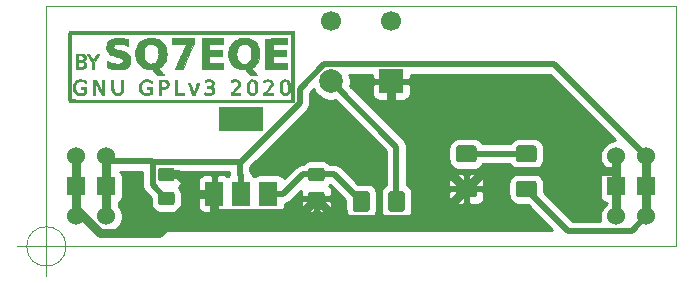
<source format=gbr>
%TF.GenerationSoftware,KiCad,Pcbnew,5.1.5-1.fc31*%
%TF.CreationDate,2020-02-01T15:27:32+01:00*%
%TF.ProjectId,power-supply-5V,706f7765-722d-4737-9570-706c792d3556,1.0*%
%TF.SameCoordinates,Original*%
%TF.FileFunction,Copper,L1,Top*%
%TF.FilePolarity,Positive*%
%FSLAX46Y46*%
G04 Gerber Fmt 4.6, Leading zero omitted, Abs format (unit mm)*
G04 Created by KiCad (PCBNEW 5.1.5-1.fc31) date 2020-02-01 15:27:32*
%MOMM*%
%LPD*%
G04 APERTURE LIST*
%TA.AperFunction,Profile*%
%ADD10C,0.050000*%
%TD*%
%TA.AperFunction,EtchedComponent*%
%ADD11C,0.010000*%
%TD*%
%TA.AperFunction,ComponentPad*%
%ADD12C,1.524000*%
%TD*%
%TA.AperFunction,ComponentPad*%
%ADD13R,1.524000X1.524000*%
%TD*%
%TA.AperFunction,WasherPad*%
%ADD14C,1.700000*%
%TD*%
%TA.AperFunction,ComponentPad*%
%ADD15C,2.000000*%
%TD*%
%TA.AperFunction,ComponentPad*%
%ADD16R,2.000000X2.000000*%
%TD*%
%TA.AperFunction,SMDPad,CuDef*%
%ADD17C,0.150000*%
%TD*%
%TA.AperFunction,SMDPad,CuDef*%
%ADD18R,1.500000X2.000000*%
%TD*%
%TA.AperFunction,SMDPad,CuDef*%
%ADD19R,3.800000X2.000000*%
%TD*%
%TA.AperFunction,Conductor*%
%ADD20C,0.500000*%
%TD*%
%TA.AperFunction,Conductor*%
%ADD21C,0.800000*%
%TD*%
%TA.AperFunction,Conductor*%
%ADD22C,0.254000*%
%TD*%
G04 APERTURE END LIST*
D10*
X127396666Y-85090000D02*
G75*
G03X127396666Y-85090000I-1666666J0D01*
G01*
X123230000Y-85090000D02*
X128230000Y-85090000D01*
X125730000Y-82590000D02*
X125730000Y-87590000D01*
X125730000Y-85090000D02*
X125730000Y-64770000D01*
X179070000Y-85090000D02*
X125730000Y-85090000D01*
X179070000Y-64770000D02*
X179070000Y-85090000D01*
X125730000Y-64770000D02*
X179070000Y-64770000D01*
D11*
%TO.C,G\002A\002A\002A*%
G36*
X137920108Y-66823176D02*
G01*
X138639020Y-66823206D01*
X139317872Y-66823261D01*
X139957800Y-66823346D01*
X140559943Y-66823463D01*
X141125436Y-66823618D01*
X141655416Y-66823813D01*
X142151019Y-66824053D01*
X142613384Y-66824342D01*
X143043646Y-66824684D01*
X143442942Y-66825083D01*
X143812409Y-66825543D01*
X144153184Y-66826067D01*
X144466403Y-66826660D01*
X144753204Y-66827325D01*
X145014722Y-66828067D01*
X145252095Y-66828890D01*
X145466459Y-66829797D01*
X145658951Y-66830793D01*
X145830709Y-66831882D01*
X145982868Y-66833066D01*
X146116565Y-66834352D01*
X146232938Y-66835741D01*
X146333123Y-66837239D01*
X146418256Y-66838849D01*
X146489474Y-66840576D01*
X146547915Y-66842423D01*
X146594715Y-66844394D01*
X146631010Y-66846493D01*
X146657938Y-66848724D01*
X146676635Y-66851092D01*
X146688238Y-66853599D01*
X146693883Y-66856251D01*
X146694071Y-66856428D01*
X146698735Y-66864092D01*
X146702946Y-66878652D01*
X146706728Y-66902152D01*
X146710103Y-66936638D01*
X146713094Y-66984155D01*
X146715724Y-67046746D01*
X146718015Y-67126457D01*
X146719990Y-67225333D01*
X146721671Y-67345417D01*
X146723082Y-67488755D01*
X146724244Y-67657391D01*
X146725180Y-67853371D01*
X146725914Y-68078738D01*
X146726467Y-68335537D01*
X146726863Y-68625813D01*
X146727123Y-68951611D01*
X146727271Y-69314976D01*
X146727330Y-69717951D01*
X146727333Y-69860583D01*
X146727300Y-70277136D01*
X146727184Y-70653401D01*
X146726963Y-70991422D01*
X146726615Y-71293243D01*
X146726116Y-71560910D01*
X146725445Y-71796467D01*
X146724578Y-72001958D01*
X146723493Y-72179430D01*
X146722167Y-72330925D01*
X146720578Y-72458489D01*
X146718703Y-72564166D01*
X146716520Y-72650001D01*
X146714005Y-72718040D01*
X146711136Y-72770325D01*
X146707890Y-72808903D01*
X146704246Y-72835818D01*
X146700179Y-72853114D01*
X146695668Y-72862836D01*
X146694071Y-72864738D01*
X146688774Y-72867399D01*
X146677593Y-72869916D01*
X146659392Y-72872292D01*
X146633035Y-72874532D01*
X146597383Y-72876640D01*
X146551301Y-72878619D01*
X146493653Y-72880474D01*
X146423300Y-72882208D01*
X146339106Y-72883826D01*
X146239935Y-72885331D01*
X146124650Y-72886728D01*
X145992115Y-72888019D01*
X145841191Y-72889211D01*
X145670743Y-72890305D01*
X145479634Y-72891307D01*
X145266727Y-72892220D01*
X145030886Y-72893048D01*
X144770973Y-72893795D01*
X144485852Y-72894466D01*
X144174386Y-72895063D01*
X143835438Y-72895592D01*
X143467872Y-72896055D01*
X143070551Y-72896458D01*
X142642338Y-72896803D01*
X142182097Y-72897096D01*
X141688690Y-72897339D01*
X141160980Y-72897537D01*
X140597832Y-72897694D01*
X139998109Y-72897814D01*
X139360673Y-72897900D01*
X138684388Y-72897957D01*
X137968116Y-72897989D01*
X137210723Y-72898000D01*
X137160000Y-72898000D01*
X136399892Y-72897991D01*
X135680980Y-72897960D01*
X135002128Y-72897905D01*
X134362199Y-72897820D01*
X133760057Y-72897703D01*
X133194564Y-72897549D01*
X132664584Y-72897353D01*
X132168980Y-72897113D01*
X131706616Y-72896824D01*
X131276354Y-72896482D01*
X130877057Y-72896083D01*
X130507590Y-72895624D01*
X130166816Y-72895100D01*
X129853596Y-72894507D01*
X129566796Y-72893841D01*
X129305278Y-72893099D01*
X129067905Y-72892276D01*
X128853541Y-72891369D01*
X128661048Y-72890373D01*
X128489291Y-72889285D01*
X128337132Y-72888100D01*
X128203434Y-72886815D01*
X128087062Y-72885425D01*
X127986877Y-72883927D01*
X127901744Y-72882317D01*
X127830525Y-72880590D01*
X127772084Y-72878744D01*
X127725285Y-72876773D01*
X127688989Y-72874673D01*
X127662062Y-72872442D01*
X127643365Y-72870075D01*
X127631762Y-72867567D01*
X127626116Y-72864916D01*
X127625928Y-72864738D01*
X127621265Y-72857074D01*
X127617054Y-72842515D01*
X127613272Y-72819014D01*
X127609896Y-72784528D01*
X127606905Y-72737011D01*
X127604276Y-72674420D01*
X127601985Y-72594709D01*
X127600010Y-72495834D01*
X127598328Y-72375749D01*
X127596918Y-72232411D01*
X127595756Y-72063775D01*
X127594819Y-71867796D01*
X127594086Y-71642429D01*
X127593532Y-71385629D01*
X127593168Y-71118100D01*
X127829274Y-71118100D01*
X127829332Y-71396409D01*
X127829543Y-71653158D01*
X127829902Y-71885840D01*
X127830404Y-72091946D01*
X127831046Y-72268971D01*
X127831823Y-72414405D01*
X127832732Y-72525742D01*
X127833767Y-72600475D01*
X127834925Y-72636094D01*
X127835277Y-72638732D01*
X127843409Y-72640927D01*
X127866753Y-72642997D01*
X127906311Y-72644942D01*
X127963083Y-72646765D01*
X128038071Y-72648470D01*
X128132275Y-72650057D01*
X128246697Y-72651529D01*
X128382338Y-72652889D01*
X128540200Y-72654138D01*
X128721282Y-72655279D01*
X128926587Y-72656315D01*
X129157115Y-72657247D01*
X129413868Y-72658078D01*
X129697846Y-72658810D01*
X130010052Y-72659445D01*
X130351485Y-72659986D01*
X130723147Y-72660434D01*
X131126040Y-72660793D01*
X131561164Y-72661065D01*
X132029521Y-72661251D01*
X132532111Y-72661353D01*
X133069937Y-72661376D01*
X133643998Y-72661319D01*
X134255296Y-72661187D01*
X134904832Y-72660980D01*
X135593608Y-72660702D01*
X136322624Y-72660354D01*
X137092881Y-72659939D01*
X137164636Y-72659899D01*
X146483917Y-72654583D01*
X146483917Y-67066583D01*
X127836083Y-67066583D01*
X127830640Y-69839417D01*
X127830050Y-70178889D01*
X127829628Y-70506833D01*
X127829371Y-70820739D01*
X127829274Y-71118100D01*
X127593168Y-71118100D01*
X127593137Y-71095353D01*
X127592876Y-70769555D01*
X127592728Y-70406191D01*
X127592670Y-70003215D01*
X127592667Y-69860583D01*
X127592700Y-69444030D01*
X127592816Y-69067765D01*
X127593037Y-68729745D01*
X127593385Y-68427923D01*
X127593884Y-68160256D01*
X127594555Y-67924699D01*
X127595422Y-67719208D01*
X127596507Y-67541737D01*
X127597832Y-67390242D01*
X127599421Y-67262678D01*
X127601296Y-67157000D01*
X127603480Y-67071165D01*
X127605995Y-67003127D01*
X127608864Y-66950841D01*
X127612109Y-66912263D01*
X127615754Y-66885348D01*
X127619821Y-66868052D01*
X127624332Y-66858330D01*
X127625928Y-66856428D01*
X127631226Y-66853767D01*
X127642406Y-66851251D01*
X127660607Y-66848874D01*
X127686965Y-66846634D01*
X127722616Y-66844526D01*
X127768698Y-66842547D01*
X127826347Y-66840692D01*
X127896700Y-66838958D01*
X127980893Y-66837340D01*
X128080064Y-66835835D01*
X128195349Y-66834439D01*
X128327885Y-66833147D01*
X128478809Y-66831956D01*
X128649256Y-66830861D01*
X128840365Y-66829860D01*
X129053272Y-66828947D01*
X129289114Y-66828118D01*
X129549027Y-66827371D01*
X129834148Y-66826701D01*
X130145614Y-66826103D01*
X130484561Y-66825575D01*
X130852127Y-66825111D01*
X131249449Y-66824708D01*
X131677662Y-66824363D01*
X132137903Y-66824071D01*
X132631310Y-66823827D01*
X133159019Y-66823629D01*
X133722167Y-66823472D01*
X134321891Y-66823352D01*
X134959327Y-66823266D01*
X135635612Y-66823209D01*
X136351883Y-66823177D01*
X137109277Y-66823167D01*
X137160000Y-66823166D01*
X137920108Y-66823176D01*
G37*
X137920108Y-66823176D02*
X138639020Y-66823206D01*
X139317872Y-66823261D01*
X139957800Y-66823346D01*
X140559943Y-66823463D01*
X141125436Y-66823618D01*
X141655416Y-66823813D01*
X142151019Y-66824053D01*
X142613384Y-66824342D01*
X143043646Y-66824684D01*
X143442942Y-66825083D01*
X143812409Y-66825543D01*
X144153184Y-66826067D01*
X144466403Y-66826660D01*
X144753204Y-66827325D01*
X145014722Y-66828067D01*
X145252095Y-66828890D01*
X145466459Y-66829797D01*
X145658951Y-66830793D01*
X145830709Y-66831882D01*
X145982868Y-66833066D01*
X146116565Y-66834352D01*
X146232938Y-66835741D01*
X146333123Y-66837239D01*
X146418256Y-66838849D01*
X146489474Y-66840576D01*
X146547915Y-66842423D01*
X146594715Y-66844394D01*
X146631010Y-66846493D01*
X146657938Y-66848724D01*
X146676635Y-66851092D01*
X146688238Y-66853599D01*
X146693883Y-66856251D01*
X146694071Y-66856428D01*
X146698735Y-66864092D01*
X146702946Y-66878652D01*
X146706728Y-66902152D01*
X146710103Y-66936638D01*
X146713094Y-66984155D01*
X146715724Y-67046746D01*
X146718015Y-67126457D01*
X146719990Y-67225333D01*
X146721671Y-67345417D01*
X146723082Y-67488755D01*
X146724244Y-67657391D01*
X146725180Y-67853371D01*
X146725914Y-68078738D01*
X146726467Y-68335537D01*
X146726863Y-68625813D01*
X146727123Y-68951611D01*
X146727271Y-69314976D01*
X146727330Y-69717951D01*
X146727333Y-69860583D01*
X146727300Y-70277136D01*
X146727184Y-70653401D01*
X146726963Y-70991422D01*
X146726615Y-71293243D01*
X146726116Y-71560910D01*
X146725445Y-71796467D01*
X146724578Y-72001958D01*
X146723493Y-72179430D01*
X146722167Y-72330925D01*
X146720578Y-72458489D01*
X146718703Y-72564166D01*
X146716520Y-72650001D01*
X146714005Y-72718040D01*
X146711136Y-72770325D01*
X146707890Y-72808903D01*
X146704246Y-72835818D01*
X146700179Y-72853114D01*
X146695668Y-72862836D01*
X146694071Y-72864738D01*
X146688774Y-72867399D01*
X146677593Y-72869916D01*
X146659392Y-72872292D01*
X146633035Y-72874532D01*
X146597383Y-72876640D01*
X146551301Y-72878619D01*
X146493653Y-72880474D01*
X146423300Y-72882208D01*
X146339106Y-72883826D01*
X146239935Y-72885331D01*
X146124650Y-72886728D01*
X145992115Y-72888019D01*
X145841191Y-72889211D01*
X145670743Y-72890305D01*
X145479634Y-72891307D01*
X145266727Y-72892220D01*
X145030886Y-72893048D01*
X144770973Y-72893795D01*
X144485852Y-72894466D01*
X144174386Y-72895063D01*
X143835438Y-72895592D01*
X143467872Y-72896055D01*
X143070551Y-72896458D01*
X142642338Y-72896803D01*
X142182097Y-72897096D01*
X141688690Y-72897339D01*
X141160980Y-72897537D01*
X140597832Y-72897694D01*
X139998109Y-72897814D01*
X139360673Y-72897900D01*
X138684388Y-72897957D01*
X137968116Y-72897989D01*
X137210723Y-72898000D01*
X137160000Y-72898000D01*
X136399892Y-72897991D01*
X135680980Y-72897960D01*
X135002128Y-72897905D01*
X134362199Y-72897820D01*
X133760057Y-72897703D01*
X133194564Y-72897549D01*
X132664584Y-72897353D01*
X132168980Y-72897113D01*
X131706616Y-72896824D01*
X131276354Y-72896482D01*
X130877057Y-72896083D01*
X130507590Y-72895624D01*
X130166816Y-72895100D01*
X129853596Y-72894507D01*
X129566796Y-72893841D01*
X129305278Y-72893099D01*
X129067905Y-72892276D01*
X128853541Y-72891369D01*
X128661048Y-72890373D01*
X128489291Y-72889285D01*
X128337132Y-72888100D01*
X128203434Y-72886815D01*
X128087062Y-72885425D01*
X127986877Y-72883927D01*
X127901744Y-72882317D01*
X127830525Y-72880590D01*
X127772084Y-72878744D01*
X127725285Y-72876773D01*
X127688989Y-72874673D01*
X127662062Y-72872442D01*
X127643365Y-72870075D01*
X127631762Y-72867567D01*
X127626116Y-72864916D01*
X127625928Y-72864738D01*
X127621265Y-72857074D01*
X127617054Y-72842515D01*
X127613272Y-72819014D01*
X127609896Y-72784528D01*
X127606905Y-72737011D01*
X127604276Y-72674420D01*
X127601985Y-72594709D01*
X127600010Y-72495834D01*
X127598328Y-72375749D01*
X127596918Y-72232411D01*
X127595756Y-72063775D01*
X127594819Y-71867796D01*
X127594086Y-71642429D01*
X127593532Y-71385629D01*
X127593168Y-71118100D01*
X127829274Y-71118100D01*
X127829332Y-71396409D01*
X127829543Y-71653158D01*
X127829902Y-71885840D01*
X127830404Y-72091946D01*
X127831046Y-72268971D01*
X127831823Y-72414405D01*
X127832732Y-72525742D01*
X127833767Y-72600475D01*
X127834925Y-72636094D01*
X127835277Y-72638732D01*
X127843409Y-72640927D01*
X127866753Y-72642997D01*
X127906311Y-72644942D01*
X127963083Y-72646765D01*
X128038071Y-72648470D01*
X128132275Y-72650057D01*
X128246697Y-72651529D01*
X128382338Y-72652889D01*
X128540200Y-72654138D01*
X128721282Y-72655279D01*
X128926587Y-72656315D01*
X129157115Y-72657247D01*
X129413868Y-72658078D01*
X129697846Y-72658810D01*
X130010052Y-72659445D01*
X130351485Y-72659986D01*
X130723147Y-72660434D01*
X131126040Y-72660793D01*
X131561164Y-72661065D01*
X132029521Y-72661251D01*
X132532111Y-72661353D01*
X133069937Y-72661376D01*
X133643998Y-72661319D01*
X134255296Y-72661187D01*
X134904832Y-72660980D01*
X135593608Y-72660702D01*
X136322624Y-72660354D01*
X137092881Y-72659939D01*
X137164636Y-72659899D01*
X146483917Y-72654583D01*
X146483917Y-67066583D01*
X127836083Y-67066583D01*
X127830640Y-69839417D01*
X127830050Y-70178889D01*
X127829628Y-70506833D01*
X127829371Y-70820739D01*
X127829274Y-71118100D01*
X127593168Y-71118100D01*
X127593137Y-71095353D01*
X127592876Y-70769555D01*
X127592728Y-70406191D01*
X127592670Y-70003215D01*
X127592667Y-69860583D01*
X127592700Y-69444030D01*
X127592816Y-69067765D01*
X127593037Y-68729745D01*
X127593385Y-68427923D01*
X127593884Y-68160256D01*
X127594555Y-67924699D01*
X127595422Y-67719208D01*
X127596507Y-67541737D01*
X127597832Y-67390242D01*
X127599421Y-67262678D01*
X127601296Y-67157000D01*
X127603480Y-67071165D01*
X127605995Y-67003127D01*
X127608864Y-66950841D01*
X127612109Y-66912263D01*
X127615754Y-66885348D01*
X127619821Y-66868052D01*
X127624332Y-66858330D01*
X127625928Y-66856428D01*
X127631226Y-66853767D01*
X127642406Y-66851251D01*
X127660607Y-66848874D01*
X127686965Y-66846634D01*
X127722616Y-66844526D01*
X127768698Y-66842547D01*
X127826347Y-66840692D01*
X127896700Y-66838958D01*
X127980893Y-66837340D01*
X128080064Y-66835835D01*
X128195349Y-66834439D01*
X128327885Y-66833147D01*
X128478809Y-66831956D01*
X128649256Y-66830861D01*
X128840365Y-66829860D01*
X129053272Y-66828947D01*
X129289114Y-66828118D01*
X129549027Y-66827371D01*
X129834148Y-66826701D01*
X130145614Y-66826103D01*
X130484561Y-66825575D01*
X130852127Y-66825111D01*
X131249449Y-66824708D01*
X131677662Y-66824363D01*
X132137903Y-66824071D01*
X132631310Y-66823827D01*
X133159019Y-66823629D01*
X133722167Y-66823472D01*
X134321891Y-66823352D01*
X134959327Y-66823266D01*
X135635612Y-66823209D01*
X136351883Y-66823177D01*
X137109277Y-66823167D01*
X137160000Y-66823166D01*
X137920108Y-66823176D01*
G36*
X128762731Y-70966773D02*
G01*
X128881143Y-70991839D01*
X128942042Y-71013254D01*
X129004736Y-71042130D01*
X129037874Y-71066377D01*
X129050876Y-71097884D01*
X129053164Y-71148538D01*
X129053167Y-71153482D01*
X129053167Y-71245251D01*
X128946736Y-71179091D01*
X128881270Y-71142671D01*
X128819066Y-71120716D01*
X128743166Y-71108507D01*
X128674349Y-71103323D01*
X128514671Y-71106989D01*
X128385821Y-71139084D01*
X128286593Y-71200770D01*
X128215784Y-71293214D01*
X128172191Y-71417579D01*
X128154607Y-71575030D01*
X128154113Y-71606480D01*
X128168436Y-71771573D01*
X128212042Y-71906755D01*
X128284086Y-72011190D01*
X128383728Y-72084044D01*
X128510123Y-72124482D01*
X128662430Y-72131668D01*
X128682750Y-72130228D01*
X128762671Y-72119903D01*
X128833915Y-72104433D01*
X128867958Y-72092720D01*
X128897138Y-72076945D01*
X128914465Y-72056350D01*
X128923022Y-72020713D01*
X128925891Y-71959816D01*
X128926167Y-71899769D01*
X128926167Y-71733833D01*
X128629833Y-71733833D01*
X128629833Y-71585667D01*
X129095500Y-71585667D01*
X129095500Y-72138224D01*
X128962416Y-72200502D01*
X128807874Y-72253231D01*
X128641042Y-72276391D01*
X128477267Y-72268588D01*
X128398191Y-72251769D01*
X128257072Y-72191568D01*
X128139503Y-72099393D01*
X128050649Y-71980622D01*
X127995674Y-71840632D01*
X127993211Y-71830104D01*
X127982123Y-71752484D01*
X127976353Y-71652453D01*
X127976965Y-71549717D01*
X127977486Y-71538751D01*
X127985296Y-71438613D01*
X127999011Y-71364375D01*
X128022729Y-71299641D01*
X128050849Y-71245126D01*
X128137063Y-71130962D01*
X128251642Y-71038161D01*
X128382290Y-70976301D01*
X128404253Y-70969810D01*
X128507300Y-70954386D01*
X128632455Y-70953831D01*
X128762731Y-70966773D01*
G37*
X128762731Y-70966773D02*
X128881143Y-70991839D01*
X128942042Y-71013254D01*
X129004736Y-71042130D01*
X129037874Y-71066377D01*
X129050876Y-71097884D01*
X129053164Y-71148538D01*
X129053167Y-71153482D01*
X129053167Y-71245251D01*
X128946736Y-71179091D01*
X128881270Y-71142671D01*
X128819066Y-71120716D01*
X128743166Y-71108507D01*
X128674349Y-71103323D01*
X128514671Y-71106989D01*
X128385821Y-71139084D01*
X128286593Y-71200770D01*
X128215784Y-71293214D01*
X128172191Y-71417579D01*
X128154607Y-71575030D01*
X128154113Y-71606480D01*
X128168436Y-71771573D01*
X128212042Y-71906755D01*
X128284086Y-72011190D01*
X128383728Y-72084044D01*
X128510123Y-72124482D01*
X128662430Y-72131668D01*
X128682750Y-72130228D01*
X128762671Y-72119903D01*
X128833915Y-72104433D01*
X128867958Y-72092720D01*
X128897138Y-72076945D01*
X128914465Y-72056350D01*
X128923022Y-72020713D01*
X128925891Y-71959816D01*
X128926167Y-71899769D01*
X128926167Y-71733833D01*
X128629833Y-71733833D01*
X128629833Y-71585667D01*
X129095500Y-71585667D01*
X129095500Y-72138224D01*
X128962416Y-72200502D01*
X128807874Y-72253231D01*
X128641042Y-72276391D01*
X128477267Y-72268588D01*
X128398191Y-72251769D01*
X128257072Y-72191568D01*
X128139503Y-72099393D01*
X128050649Y-71980622D01*
X127995674Y-71840632D01*
X127993211Y-71830104D01*
X127982123Y-71752484D01*
X127976353Y-71652453D01*
X127976965Y-71549717D01*
X127977486Y-71538751D01*
X127985296Y-71438613D01*
X127999011Y-71364375D01*
X128022729Y-71299641D01*
X128050849Y-71245126D01*
X128137063Y-71130962D01*
X128251642Y-71038161D01*
X128382290Y-70976301D01*
X128404253Y-70969810D01*
X128507300Y-70954386D01*
X128632455Y-70953831D01*
X128762731Y-70966773D01*
G36*
X131402789Y-71358125D02*
G01*
X131404144Y-71543316D01*
X131408592Y-71691417D01*
X131416907Y-71807607D01*
X131429861Y-71897063D01*
X131448226Y-71964966D01*
X131472775Y-72016495D01*
X131504280Y-72056828D01*
X131507487Y-72060090D01*
X131550150Y-72096726D01*
X131595607Y-72117370D01*
X131659655Y-72127718D01*
X131703655Y-72130814D01*
X131788833Y-72132008D01*
X131849119Y-72121981D01*
X131901143Y-72097746D01*
X131906649Y-72094352D01*
X131946064Y-72066447D01*
X131976742Y-72034509D01*
X131999759Y-71993141D01*
X132016194Y-71936943D01*
X132027123Y-71860518D01*
X132033626Y-71758468D01*
X132036779Y-71625395D01*
X132037662Y-71455900D01*
X132037667Y-71438180D01*
X132037667Y-70971833D01*
X132232187Y-70971833D01*
X132224039Y-71453375D01*
X132220321Y-71628003D01*
X132215098Y-71766108D01*
X132207372Y-71873496D01*
X132196146Y-71955975D01*
X132180423Y-72019351D01*
X132159205Y-72069432D01*
X132131495Y-72112024D01*
X132105651Y-72142769D01*
X132028123Y-72201676D01*
X131922210Y-72245456D01*
X131799975Y-72271468D01*
X131673483Y-72277067D01*
X131562777Y-72261683D01*
X131447143Y-72211872D01*
X131349152Y-72128166D01*
X131291423Y-72044815D01*
X131276213Y-72014006D01*
X131264518Y-71981837D01*
X131255771Y-71942254D01*
X131249404Y-71889203D01*
X131244849Y-71816627D01*
X131241540Y-71718473D01*
X131238909Y-71588684D01*
X131236997Y-71463958D01*
X131229923Y-70971833D01*
X131402667Y-70971833D01*
X131402789Y-71358125D01*
G37*
X131402789Y-71358125D02*
X131404144Y-71543316D01*
X131408592Y-71691417D01*
X131416907Y-71807607D01*
X131429861Y-71897063D01*
X131448226Y-71964966D01*
X131472775Y-72016495D01*
X131504280Y-72056828D01*
X131507487Y-72060090D01*
X131550150Y-72096726D01*
X131595607Y-72117370D01*
X131659655Y-72127718D01*
X131703655Y-72130814D01*
X131788833Y-72132008D01*
X131849119Y-72121981D01*
X131901143Y-72097746D01*
X131906649Y-72094352D01*
X131946064Y-72066447D01*
X131976742Y-72034509D01*
X131999759Y-71993141D01*
X132016194Y-71936943D01*
X132027123Y-71860518D01*
X132033626Y-71758468D01*
X132036779Y-71625395D01*
X132037662Y-71455900D01*
X132037667Y-71438180D01*
X132037667Y-70971833D01*
X132232187Y-70971833D01*
X132224039Y-71453375D01*
X132220321Y-71628003D01*
X132215098Y-71766108D01*
X132207372Y-71873496D01*
X132196146Y-71955975D01*
X132180423Y-72019351D01*
X132159205Y-72069432D01*
X132131495Y-72112024D01*
X132105651Y-72142769D01*
X132028123Y-72201676D01*
X131922210Y-72245456D01*
X131799975Y-72271468D01*
X131673483Y-72277067D01*
X131562777Y-72261683D01*
X131447143Y-72211872D01*
X131349152Y-72128166D01*
X131291423Y-72044815D01*
X131276213Y-72014006D01*
X131264518Y-71981837D01*
X131255771Y-71942254D01*
X131249404Y-71889203D01*
X131244849Y-71816627D01*
X131241540Y-71718473D01*
X131238909Y-71588684D01*
X131236997Y-71463958D01*
X131229923Y-70971833D01*
X131402667Y-70971833D01*
X131402789Y-71358125D01*
G36*
X134392569Y-70967574D02*
G01*
X134515195Y-71001191D01*
X134547602Y-71015474D01*
X134608130Y-71047961D01*
X134640109Y-71076594D01*
X134653806Y-71114424D01*
X134658212Y-71156083D01*
X134664674Y-71245083D01*
X134524382Y-71171958D01*
X134442263Y-71132115D01*
X134375581Y-71109974D01*
X134304027Y-71100556D01*
X134226199Y-71098833D01*
X134101070Y-71105516D01*
X134005534Y-71128276D01*
X133928593Y-71171179D01*
X133864115Y-71232685D01*
X133805354Y-71317549D01*
X133769621Y-71416614D01*
X133753770Y-71540286D01*
X133752285Y-71602752D01*
X133761688Y-71753860D01*
X133791685Y-71874100D01*
X133844509Y-71970748D01*
X133876987Y-72009181D01*
X133966571Y-72079517D01*
X134076068Y-72120409D01*
X134211228Y-72133586D01*
X134282135Y-72130921D01*
X134383791Y-72121376D01*
X134450454Y-72105134D01*
X134489463Y-72074968D01*
X134508156Y-72023652D01*
X134513871Y-71943960D01*
X134514167Y-71902422D01*
X134514167Y-71733833D01*
X134239000Y-71733833D01*
X134239000Y-71585667D01*
X134683500Y-71585667D01*
X134683500Y-71860345D01*
X134683114Y-71973048D01*
X134681161Y-72051018D01*
X134676452Y-72101853D01*
X134667795Y-72133152D01*
X134653999Y-72152513D01*
X134635528Y-72166456D01*
X134528188Y-72218336D01*
X134395007Y-72255046D01*
X134250470Y-72274298D01*
X134109063Y-72273804D01*
X134028284Y-72262363D01*
X133885645Y-72211918D01*
X133764926Y-72127277D01*
X133669932Y-72012503D01*
X133604465Y-71871660D01*
X133582750Y-71786307D01*
X133565358Y-71607538D01*
X133581090Y-71441694D01*
X133627791Y-71293188D01*
X133703303Y-71166434D01*
X133805472Y-71065845D01*
X133932141Y-70995836D01*
X133976147Y-70981003D01*
X134107613Y-70956549D01*
X134251565Y-70952383D01*
X134392569Y-70967574D01*
G37*
X134392569Y-70967574D02*
X134515195Y-71001191D01*
X134547602Y-71015474D01*
X134608130Y-71047961D01*
X134640109Y-71076594D01*
X134653806Y-71114424D01*
X134658212Y-71156083D01*
X134664674Y-71245083D01*
X134524382Y-71171958D01*
X134442263Y-71132115D01*
X134375581Y-71109974D01*
X134304027Y-71100556D01*
X134226199Y-71098833D01*
X134101070Y-71105516D01*
X134005534Y-71128276D01*
X133928593Y-71171179D01*
X133864115Y-71232685D01*
X133805354Y-71317549D01*
X133769621Y-71416614D01*
X133753770Y-71540286D01*
X133752285Y-71602752D01*
X133761688Y-71753860D01*
X133791685Y-71874100D01*
X133844509Y-71970748D01*
X133876987Y-72009181D01*
X133966571Y-72079517D01*
X134076068Y-72120409D01*
X134211228Y-72133586D01*
X134282135Y-72130921D01*
X134383791Y-72121376D01*
X134450454Y-72105134D01*
X134489463Y-72074968D01*
X134508156Y-72023652D01*
X134513871Y-71943960D01*
X134514167Y-71902422D01*
X134514167Y-71733833D01*
X134239000Y-71733833D01*
X134239000Y-71585667D01*
X134683500Y-71585667D01*
X134683500Y-71860345D01*
X134683114Y-71973048D01*
X134681161Y-72051018D01*
X134676452Y-72101853D01*
X134667795Y-72133152D01*
X134653999Y-72152513D01*
X134635528Y-72166456D01*
X134528188Y-72218336D01*
X134395007Y-72255046D01*
X134250470Y-72274298D01*
X134109063Y-72273804D01*
X134028284Y-72262363D01*
X133885645Y-72211918D01*
X133764926Y-72127277D01*
X133669932Y-72012503D01*
X133604465Y-71871660D01*
X133582750Y-71786307D01*
X133565358Y-71607538D01*
X133581090Y-71441694D01*
X133627791Y-71293188D01*
X133703303Y-71166434D01*
X133805472Y-71065845D01*
X133932141Y-70995836D01*
X133976147Y-70981003D01*
X134107613Y-70956549D01*
X134251565Y-70952383D01*
X134392569Y-70967574D01*
G36*
X139662142Y-70969574D02*
G01*
X139741901Y-70998292D01*
X139838260Y-71063265D01*
X139897883Y-71143582D01*
X139925397Y-71245568D01*
X139925862Y-71249873D01*
X139917843Y-71356168D01*
X139873988Y-71448206D01*
X139798827Y-71517085D01*
X139786313Y-71524240D01*
X139717147Y-71561334D01*
X139780135Y-71593907D01*
X139835868Y-71632328D01*
X139892024Y-71685011D01*
X139900714Y-71694921D01*
X139932062Y-71736625D01*
X139948313Y-71776472D01*
X139953076Y-71829535D01*
X139950441Y-71902530D01*
X139932560Y-72022613D01*
X139891096Y-72112851D01*
X139820965Y-72181475D01*
X139754409Y-72219944D01*
X139679150Y-72245703D01*
X139580731Y-72265412D01*
X139476067Y-72277006D01*
X139382076Y-72278422D01*
X139329583Y-72271763D01*
X139231863Y-72248139D01*
X139168003Y-72230313D01*
X139130811Y-72213746D01*
X139113095Y-72193897D01*
X139107663Y-72166229D01*
X139107333Y-72131485D01*
X139111957Y-72075574D01*
X139126728Y-72057368D01*
X139133792Y-72058889D01*
X139272111Y-72104917D01*
X139405687Y-72127370D01*
X139527969Y-72126874D01*
X139632410Y-72104056D01*
X139712461Y-72059544D01*
X139759379Y-71999008D01*
X139785950Y-71898735D01*
X139771075Y-71806503D01*
X139714934Y-71723389D01*
X139712700Y-71721133D01*
X139672066Y-71683306D01*
X139635752Y-71661751D01*
X139589701Y-71651917D01*
X139519852Y-71649250D01*
X139490450Y-71649167D01*
X139340167Y-71649167D01*
X139340167Y-71506688D01*
X139492541Y-71495786D01*
X139574948Y-71488143D01*
X139628351Y-71476474D01*
X139666074Y-71455918D01*
X139701437Y-71421611D01*
X139704208Y-71418524D01*
X139750323Y-71352568D01*
X139761395Y-71288703D01*
X139743243Y-71217642D01*
X139701141Y-71156486D01*
X139628840Y-71118692D01*
X139523944Y-71103416D01*
X139426340Y-71105928D01*
X139339564Y-71113744D01*
X139262191Y-71122915D01*
X139210106Y-71131542D01*
X139207875Y-71132063D01*
X139168786Y-71138035D01*
X139152799Y-71122970D01*
X139149669Y-71076503D01*
X139149667Y-71073186D01*
X139152225Y-71029958D01*
X139166899Y-71004957D01*
X139204184Y-70988637D01*
X139257115Y-70975469D01*
X139399973Y-70953352D01*
X139539033Y-70951578D01*
X139662142Y-70969574D01*
G37*
X139662142Y-70969574D02*
X139741901Y-70998292D01*
X139838260Y-71063265D01*
X139897883Y-71143582D01*
X139925397Y-71245568D01*
X139925862Y-71249873D01*
X139917843Y-71356168D01*
X139873988Y-71448206D01*
X139798827Y-71517085D01*
X139786313Y-71524240D01*
X139717147Y-71561334D01*
X139780135Y-71593907D01*
X139835868Y-71632328D01*
X139892024Y-71685011D01*
X139900714Y-71694921D01*
X139932062Y-71736625D01*
X139948313Y-71776472D01*
X139953076Y-71829535D01*
X139950441Y-71902530D01*
X139932560Y-72022613D01*
X139891096Y-72112851D01*
X139820965Y-72181475D01*
X139754409Y-72219944D01*
X139679150Y-72245703D01*
X139580731Y-72265412D01*
X139476067Y-72277006D01*
X139382076Y-72278422D01*
X139329583Y-72271763D01*
X139231863Y-72248139D01*
X139168003Y-72230313D01*
X139130811Y-72213746D01*
X139113095Y-72193897D01*
X139107663Y-72166229D01*
X139107333Y-72131485D01*
X139111957Y-72075574D01*
X139126728Y-72057368D01*
X139133792Y-72058889D01*
X139272111Y-72104917D01*
X139405687Y-72127370D01*
X139527969Y-72126874D01*
X139632410Y-72104056D01*
X139712461Y-72059544D01*
X139759379Y-71999008D01*
X139785950Y-71898735D01*
X139771075Y-71806503D01*
X139714934Y-71723389D01*
X139712700Y-71721133D01*
X139672066Y-71683306D01*
X139635752Y-71661751D01*
X139589701Y-71651917D01*
X139519852Y-71649250D01*
X139490450Y-71649167D01*
X139340167Y-71649167D01*
X139340167Y-71506688D01*
X139492541Y-71495786D01*
X139574948Y-71488143D01*
X139628351Y-71476474D01*
X139666074Y-71455918D01*
X139701437Y-71421611D01*
X139704208Y-71418524D01*
X139750323Y-71352568D01*
X139761395Y-71288703D01*
X139743243Y-71217642D01*
X139701141Y-71156486D01*
X139628840Y-71118692D01*
X139523944Y-71103416D01*
X139426340Y-71105928D01*
X139339564Y-71113744D01*
X139262191Y-71122915D01*
X139210106Y-71131542D01*
X139207875Y-71132063D01*
X139168786Y-71138035D01*
X139152799Y-71122970D01*
X139149669Y-71076503D01*
X139149667Y-71073186D01*
X139152225Y-71029958D01*
X139166899Y-71004957D01*
X139204184Y-70988637D01*
X139257115Y-70975469D01*
X139399973Y-70953352D01*
X139539033Y-70951578D01*
X139662142Y-70969574D01*
G36*
X143268370Y-70969752D02*
G01*
X143377967Y-71025801D01*
X143466171Y-71117003D01*
X143530782Y-71241546D01*
X143544939Y-71284136D01*
X143569031Y-71403160D01*
X143580756Y-71545332D01*
X143580189Y-71694794D01*
X143567400Y-71835691D01*
X143542462Y-71952166D01*
X143541880Y-71954011D01*
X143482751Y-72083032D01*
X143399495Y-72182302D01*
X143297049Y-72248904D01*
X143180348Y-72279919D01*
X143054331Y-72272428D01*
X143018750Y-72263245D01*
X142913245Y-72210496D01*
X142826561Y-72120944D01*
X142777004Y-72037034D01*
X142750420Y-71977631D01*
X142732492Y-71920902D01*
X142720999Y-71854982D01*
X142713721Y-71768008D01*
X142711566Y-71721389D01*
X142878502Y-71721389D01*
X142894815Y-71863952D01*
X142929288Y-71974639D01*
X142982677Y-72056973D01*
X142991748Y-72066482D01*
X143071413Y-72120441D01*
X143160576Y-72138504D01*
X143248247Y-72118698D01*
X143257322Y-72114125D01*
X143314984Y-72062154D01*
X143357623Y-71975083D01*
X143385791Y-71851240D01*
X143400043Y-71688955D01*
X143400309Y-71682229D01*
X143399465Y-71491468D01*
X143380731Y-71338303D01*
X143343767Y-71221808D01*
X143288238Y-71141056D01*
X143213803Y-71095121D01*
X143183212Y-71087096D01*
X143090328Y-71087732D01*
X143013586Y-71126982D01*
X142953458Y-71204136D01*
X142910420Y-71318479D01*
X142884946Y-71469301D01*
X142879594Y-71543427D01*
X142878502Y-71721389D01*
X142711566Y-71721389D01*
X142709475Y-71676164D01*
X142712709Y-71468696D01*
X142739554Y-71295858D01*
X142789918Y-71157805D01*
X142863712Y-71054690D01*
X142960843Y-70986666D01*
X143081221Y-70953887D01*
X143139583Y-70950667D01*
X143268370Y-70969752D01*
G37*
X143268370Y-70969752D02*
X143377967Y-71025801D01*
X143466171Y-71117003D01*
X143530782Y-71241546D01*
X143544939Y-71284136D01*
X143569031Y-71403160D01*
X143580756Y-71545332D01*
X143580189Y-71694794D01*
X143567400Y-71835691D01*
X143542462Y-71952166D01*
X143541880Y-71954011D01*
X143482751Y-72083032D01*
X143399495Y-72182302D01*
X143297049Y-72248904D01*
X143180348Y-72279919D01*
X143054331Y-72272428D01*
X143018750Y-72263245D01*
X142913245Y-72210496D01*
X142826561Y-72120944D01*
X142777004Y-72037034D01*
X142750420Y-71977631D01*
X142732492Y-71920902D01*
X142720999Y-71854982D01*
X142713721Y-71768008D01*
X142711566Y-71721389D01*
X142878502Y-71721389D01*
X142894815Y-71863952D01*
X142929288Y-71974639D01*
X142982677Y-72056973D01*
X142991748Y-72066482D01*
X143071413Y-72120441D01*
X143160576Y-72138504D01*
X143248247Y-72118698D01*
X143257322Y-72114125D01*
X143314984Y-72062154D01*
X143357623Y-71975083D01*
X143385791Y-71851240D01*
X143400043Y-71688955D01*
X143400309Y-71682229D01*
X143399465Y-71491468D01*
X143380731Y-71338303D01*
X143343767Y-71221808D01*
X143288238Y-71141056D01*
X143213803Y-71095121D01*
X143183212Y-71087096D01*
X143090328Y-71087732D01*
X143013586Y-71126982D01*
X142953458Y-71204136D01*
X142910420Y-71318479D01*
X142884946Y-71469301D01*
X142879594Y-71543427D01*
X142878502Y-71721389D01*
X142711566Y-71721389D01*
X142709475Y-71676164D01*
X142712709Y-71468696D01*
X142739554Y-71295858D01*
X142789918Y-71157805D01*
X142863712Y-71054690D01*
X142960843Y-70986666D01*
X143081221Y-70953887D01*
X143139583Y-70950667D01*
X143268370Y-70969752D01*
G36*
X146041201Y-70969753D02*
G01*
X146150830Y-71025852D01*
X146239183Y-71117221D01*
X146304140Y-71242120D01*
X146318231Y-71284136D01*
X146341590Y-71398656D01*
X146353498Y-71537845D01*
X146353953Y-71685651D01*
X146342953Y-71826026D01*
X146320496Y-71942920D01*
X146318316Y-71950403D01*
X146261628Y-72077639D01*
X146179443Y-72176934D01*
X146077330Y-72244978D01*
X145960863Y-72278463D01*
X145835612Y-72274080D01*
X145791584Y-72263245D01*
X145686988Y-72211152D01*
X145600675Y-72122609D01*
X145548598Y-72034947D01*
X145524827Y-71984260D01*
X145508398Y-71939483D01*
X145497959Y-71891140D01*
X145492161Y-71829759D01*
X145489653Y-71745864D01*
X145489085Y-71629982D01*
X145489083Y-71617417D01*
X145489142Y-71606833D01*
X145658456Y-71606833D01*
X145661123Y-71742124D01*
X145668700Y-71852207D01*
X145680608Y-71929983D01*
X145686327Y-71950099D01*
X145734640Y-72038519D01*
X145802659Y-72100366D01*
X145881981Y-72132949D01*
X145964202Y-72133577D01*
X146040920Y-72099562D01*
X146070589Y-72073118D01*
X146116778Y-72007909D01*
X146148823Y-71923053D01*
X146168221Y-71812052D01*
X146176469Y-71668409D01*
X146177000Y-71611408D01*
X146168431Y-71433464D01*
X146142405Y-71293169D01*
X146098441Y-71189390D01*
X146036056Y-71120998D01*
X145954771Y-71086859D01*
X145953936Y-71086701D01*
X145864544Y-71089736D01*
X145785468Y-71131960D01*
X145721050Y-71210654D01*
X145704187Y-71243211D01*
X145684288Y-71292098D01*
X145671036Y-71343165D01*
X145663160Y-71406508D01*
X145659390Y-71492225D01*
X145658456Y-71606833D01*
X145489142Y-71606833D01*
X145489772Y-71495360D01*
X145492588Y-71406326D01*
X145498657Y-71341017D01*
X145509105Y-71290133D01*
X145525059Y-71244377D01*
X145537742Y-71215514D01*
X145606531Y-71095610D01*
X145687049Y-71013914D01*
X145784394Y-70966821D01*
X145903666Y-70950726D01*
X145912417Y-70950667D01*
X146041201Y-70969753D01*
G37*
X146041201Y-70969753D02*
X146150830Y-71025852D01*
X146239183Y-71117221D01*
X146304140Y-71242120D01*
X146318231Y-71284136D01*
X146341590Y-71398656D01*
X146353498Y-71537845D01*
X146353953Y-71685651D01*
X146342953Y-71826026D01*
X146320496Y-71942920D01*
X146318316Y-71950403D01*
X146261628Y-72077639D01*
X146179443Y-72176934D01*
X146077330Y-72244978D01*
X145960863Y-72278463D01*
X145835612Y-72274080D01*
X145791584Y-72263245D01*
X145686988Y-72211152D01*
X145600675Y-72122609D01*
X145548598Y-72034947D01*
X145524827Y-71984260D01*
X145508398Y-71939483D01*
X145497959Y-71891140D01*
X145492161Y-71829759D01*
X145489653Y-71745864D01*
X145489085Y-71629982D01*
X145489083Y-71617417D01*
X145489142Y-71606833D01*
X145658456Y-71606833D01*
X145661123Y-71742124D01*
X145668700Y-71852207D01*
X145680608Y-71929983D01*
X145686327Y-71950099D01*
X145734640Y-72038519D01*
X145802659Y-72100366D01*
X145881981Y-72132949D01*
X145964202Y-72133577D01*
X146040920Y-72099562D01*
X146070589Y-72073118D01*
X146116778Y-72007909D01*
X146148823Y-71923053D01*
X146168221Y-71812052D01*
X146176469Y-71668409D01*
X146177000Y-71611408D01*
X146168431Y-71433464D01*
X146142405Y-71293169D01*
X146098441Y-71189390D01*
X146036056Y-71120998D01*
X145954771Y-71086859D01*
X145953936Y-71086701D01*
X145864544Y-71089736D01*
X145785468Y-71131960D01*
X145721050Y-71210654D01*
X145704187Y-71243211D01*
X145684288Y-71292098D01*
X145671036Y-71343165D01*
X145663160Y-71406508D01*
X145659390Y-71492225D01*
X145658456Y-71606833D01*
X145489142Y-71606833D01*
X145489772Y-71495360D01*
X145492588Y-71406326D01*
X145498657Y-71341017D01*
X145509105Y-71290133D01*
X145525059Y-71244377D01*
X145537742Y-71215514D01*
X145606531Y-71095610D01*
X145687049Y-71013914D01*
X145784394Y-70966821D01*
X145903666Y-70950726D01*
X145912417Y-70950667D01*
X146041201Y-70969753D01*
G36*
X130640667Y-72263000D02*
G01*
X130414187Y-72263000D01*
X130143703Y-71749708D01*
X130071955Y-71614079D01*
X130006014Y-71490427D01*
X129948619Y-71383805D01*
X129902504Y-71299266D01*
X129870408Y-71241863D01*
X129855066Y-71216646D01*
X129854776Y-71216308D01*
X129849535Y-71230684D01*
X129844939Y-71282681D01*
X129841157Y-71367586D01*
X129838357Y-71480691D01*
X129836710Y-71617284D01*
X129836333Y-71729600D01*
X129836333Y-72263000D01*
X129765778Y-72263000D01*
X129713477Y-72259127D01*
X129682067Y-72249722D01*
X129681111Y-72248889D01*
X129677558Y-72224935D01*
X129674333Y-72163992D01*
X129671553Y-72071405D01*
X129669335Y-71952515D01*
X129667795Y-71812669D01*
X129667051Y-71657209D01*
X129667000Y-71603305D01*
X129667000Y-70971833D01*
X129788708Y-70972154D01*
X129910417Y-70972475D01*
X130185583Y-71495114D01*
X130460750Y-72017754D01*
X130466411Y-71494793D01*
X130472073Y-70971833D01*
X130640667Y-70971833D01*
X130640667Y-72263000D01*
G37*
X130640667Y-72263000D02*
X130414187Y-72263000D01*
X130143703Y-71749708D01*
X130071955Y-71614079D01*
X130006014Y-71490427D01*
X129948619Y-71383805D01*
X129902504Y-71299266D01*
X129870408Y-71241863D01*
X129855066Y-71216646D01*
X129854776Y-71216308D01*
X129849535Y-71230684D01*
X129844939Y-71282681D01*
X129841157Y-71367586D01*
X129838357Y-71480691D01*
X129836710Y-71617284D01*
X129836333Y-71729600D01*
X129836333Y-72263000D01*
X129765778Y-72263000D01*
X129713477Y-72259127D01*
X129682067Y-72249722D01*
X129681111Y-72248889D01*
X129677558Y-72224935D01*
X129674333Y-72163992D01*
X129671553Y-72071405D01*
X129669335Y-71952515D01*
X129667795Y-71812669D01*
X129667051Y-71657209D01*
X129667000Y-71603305D01*
X129667000Y-70971833D01*
X129788708Y-70972154D01*
X129910417Y-70972475D01*
X130185583Y-71495114D01*
X130460750Y-72017754D01*
X130466411Y-71494793D01*
X130472073Y-70971833D01*
X130640667Y-70971833D01*
X130640667Y-72263000D01*
G36*
X135567208Y-70975095D02*
G01*
X135686491Y-70978715D01*
X135772151Y-70983488D01*
X135832899Y-70990773D01*
X135877445Y-71001931D01*
X135914499Y-71018321D01*
X135940124Y-71033313D01*
X136020611Y-71106301D01*
X136073221Y-71201615D01*
X136097947Y-71309865D01*
X136094784Y-71421662D01*
X136063725Y-71527619D01*
X136004764Y-71618346D01*
X135940541Y-71671801D01*
X135893200Y-71696762D01*
X135840636Y-71713125D01*
X135771160Y-71723269D01*
X135673081Y-71729573D01*
X135652291Y-71730451D01*
X135445500Y-71738757D01*
X135445500Y-72263000D01*
X135276167Y-72263000D01*
X135276167Y-71120000D01*
X135445500Y-71120000D01*
X135445500Y-71585667D01*
X135616461Y-71585667D01*
X135703008Y-71584598D01*
X135759307Y-71579256D01*
X135797429Y-71566430D01*
X135829446Y-71542915D01*
X135849295Y-71523795D01*
X135887921Y-71477843D01*
X135906246Y-71429457D01*
X135911148Y-71359632D01*
X135911167Y-71352833D01*
X135907012Y-71280574D01*
X135889962Y-71231214D01*
X135853141Y-71185750D01*
X135849295Y-71181872D01*
X135815408Y-71150936D01*
X135782204Y-71132495D01*
X135737611Y-71123340D01*
X135669556Y-71120263D01*
X135616461Y-71120000D01*
X135445500Y-71120000D01*
X135276167Y-71120000D01*
X135276167Y-70967774D01*
X135567208Y-70975095D01*
G37*
X135567208Y-70975095D02*
X135686491Y-70978715D01*
X135772151Y-70983488D01*
X135832899Y-70990773D01*
X135877445Y-71001931D01*
X135914499Y-71018321D01*
X135940124Y-71033313D01*
X136020611Y-71106301D01*
X136073221Y-71201615D01*
X136097947Y-71309865D01*
X136094784Y-71421662D01*
X136063725Y-71527619D01*
X136004764Y-71618346D01*
X135940541Y-71671801D01*
X135893200Y-71696762D01*
X135840636Y-71713125D01*
X135771160Y-71723269D01*
X135673081Y-71729573D01*
X135652291Y-71730451D01*
X135445500Y-71738757D01*
X135445500Y-72263000D01*
X135276167Y-72263000D01*
X135276167Y-71120000D01*
X135445500Y-71120000D01*
X135445500Y-71585667D01*
X135616461Y-71585667D01*
X135703008Y-71584598D01*
X135759307Y-71579256D01*
X135797429Y-71566430D01*
X135829446Y-71542915D01*
X135849295Y-71523795D01*
X135887921Y-71477843D01*
X135906246Y-71429457D01*
X135911148Y-71359632D01*
X135911167Y-71352833D01*
X135907012Y-71280574D01*
X135889962Y-71231214D01*
X135853141Y-71185750D01*
X135849295Y-71181872D01*
X135815408Y-71150936D01*
X135782204Y-71132495D01*
X135737611Y-71123340D01*
X135669556Y-71120263D01*
X135616461Y-71120000D01*
X135445500Y-71120000D01*
X135276167Y-71120000D01*
X135276167Y-70967774D01*
X135567208Y-70975095D01*
G36*
X136779000Y-72114833D02*
G01*
X137392833Y-72114833D01*
X137392833Y-72263000D01*
X137004778Y-72263000D01*
X136880676Y-72262264D01*
X136771449Y-72260221D01*
X136684039Y-72257113D01*
X136625389Y-72253183D01*
X136602611Y-72248889D01*
X136599058Y-72224935D01*
X136595833Y-72163992D01*
X136593053Y-72071405D01*
X136590835Y-71952515D01*
X136589295Y-71812669D01*
X136588551Y-71657209D01*
X136588500Y-71603305D01*
X136588500Y-70971833D01*
X136779000Y-70971833D01*
X136779000Y-72114833D01*
G37*
X136779000Y-72114833D02*
X137392833Y-72114833D01*
X137392833Y-72263000D01*
X137004778Y-72263000D01*
X136880676Y-72262264D01*
X136771449Y-72260221D01*
X136684039Y-72257113D01*
X136625389Y-72253183D01*
X136602611Y-72248889D01*
X136599058Y-72224935D01*
X136595833Y-72163992D01*
X136593053Y-72071405D01*
X136590835Y-71952515D01*
X136589295Y-71812669D01*
X136588551Y-71657209D01*
X136588500Y-71603305D01*
X136588500Y-70971833D01*
X136779000Y-70971833D01*
X136779000Y-72114833D01*
G36*
X138038700Y-71680917D02*
G01*
X138083297Y-71800900D01*
X138123547Y-71906005D01*
X138157049Y-71990220D01*
X138181402Y-72047532D01*
X138194207Y-72071928D01*
X138194990Y-72072377D01*
X138206828Y-72053678D01*
X138229384Y-72002972D01*
X138259326Y-71928185D01*
X138290570Y-71844835D01*
X138331989Y-71731676D01*
X138375956Y-71612493D01*
X138415952Y-71504921D01*
X138435297Y-71453375D01*
X138497206Y-71289333D01*
X138582284Y-71289333D01*
X138635872Y-71291980D01*
X138656246Y-71303059D01*
X138652725Y-71326375D01*
X138641094Y-71356744D01*
X138617044Y-71420216D01*
X138583040Y-71510261D01*
X138541546Y-71620350D01*
X138495028Y-71743956D01*
X138482917Y-71776167D01*
X138435528Y-71902128D01*
X138392549Y-72016205D01*
X138356444Y-72111867D01*
X138329677Y-72182585D01*
X138314714Y-72221832D01*
X138313108Y-72225958D01*
X138292201Y-72249768D01*
X138247269Y-72260958D01*
X138194238Y-72263000D01*
X138124302Y-72257705D01*
X138085195Y-72243098D01*
X138080452Y-72236542D01*
X138070533Y-72209808D01*
X138047986Y-72149433D01*
X138015054Y-72061409D01*
X137973980Y-71951730D01*
X137927007Y-71826389D01*
X137901200Y-71757561D01*
X137852687Y-71627868D01*
X137809581Y-71512000D01*
X137773976Y-71415637D01*
X137747965Y-71344456D01*
X137733640Y-71304135D01*
X137731500Y-71297186D01*
X137750260Y-71292197D01*
X137796938Y-71289493D01*
X137813335Y-71289333D01*
X137895169Y-71289333D01*
X138038700Y-71680917D01*
G37*
X138038700Y-71680917D02*
X138083297Y-71800900D01*
X138123547Y-71906005D01*
X138157049Y-71990220D01*
X138181402Y-72047532D01*
X138194207Y-72071928D01*
X138194990Y-72072377D01*
X138206828Y-72053678D01*
X138229384Y-72002972D01*
X138259326Y-71928185D01*
X138290570Y-71844835D01*
X138331989Y-71731676D01*
X138375956Y-71612493D01*
X138415952Y-71504921D01*
X138435297Y-71453375D01*
X138497206Y-71289333D01*
X138582284Y-71289333D01*
X138635872Y-71291980D01*
X138656246Y-71303059D01*
X138652725Y-71326375D01*
X138641094Y-71356744D01*
X138617044Y-71420216D01*
X138583040Y-71510261D01*
X138541546Y-71620350D01*
X138495028Y-71743956D01*
X138482917Y-71776167D01*
X138435528Y-71902128D01*
X138392549Y-72016205D01*
X138356444Y-72111867D01*
X138329677Y-72182585D01*
X138314714Y-72221832D01*
X138313108Y-72225958D01*
X138292201Y-72249768D01*
X138247269Y-72260958D01*
X138194238Y-72263000D01*
X138124302Y-72257705D01*
X138085195Y-72243098D01*
X138080452Y-72236542D01*
X138070533Y-72209808D01*
X138047986Y-72149433D01*
X138015054Y-72061409D01*
X137973980Y-71951730D01*
X137927007Y-71826389D01*
X137901200Y-71757561D01*
X137852687Y-71627868D01*
X137809581Y-71512000D01*
X137773976Y-71415637D01*
X137747965Y-71344456D01*
X137733640Y-71304135D01*
X137731500Y-71297186D01*
X137750260Y-71292197D01*
X137796938Y-71289493D01*
X137813335Y-71289333D01*
X137895169Y-71289333D01*
X138038700Y-71680917D01*
G36*
X141871899Y-70978894D02*
G01*
X141976306Y-71027470D01*
X142057149Y-71097101D01*
X142110473Y-71184774D01*
X142132325Y-71287473D01*
X142118749Y-71402185D01*
X142092545Y-71474225D01*
X142064682Y-71519280D01*
X142013125Y-71587639D01*
X141943649Y-71672214D01*
X141862030Y-71765919D01*
X141794993Y-71839350D01*
X141538133Y-72114833D01*
X142134167Y-72114833D01*
X142134167Y-72263000D01*
X141329833Y-72263000D01*
X141329833Y-72187084D01*
X141332313Y-72157682D01*
X141342349Y-72127459D01*
X141363838Y-72091249D01*
X141400678Y-72043889D01*
X141456765Y-71980216D01*
X141535996Y-71895064D01*
X141605366Y-71821959D01*
X141725585Y-71693425D01*
X141817365Y-71588976D01*
X141883477Y-71504098D01*
X141926695Y-71434277D01*
X141949791Y-71374999D01*
X141955538Y-71321749D01*
X141946708Y-71270014D01*
X141945948Y-71267436D01*
X141915577Y-71202019D01*
X141872980Y-71148064D01*
X141866219Y-71142302D01*
X141793137Y-71108957D01*
X141694712Y-71098515D01*
X141581078Y-71110782D01*
X141462368Y-71145560D01*
X141450418Y-71150346D01*
X141327585Y-71200854D01*
X141334001Y-71113440D01*
X141339593Y-71063611D01*
X141353967Y-71033640D01*
X141387442Y-71013127D01*
X141450337Y-70991671D01*
X141456833Y-70989639D01*
X141608208Y-70956964D01*
X141747881Y-70954387D01*
X141871899Y-70978894D01*
G37*
X141871899Y-70978894D02*
X141976306Y-71027470D01*
X142057149Y-71097101D01*
X142110473Y-71184774D01*
X142132325Y-71287473D01*
X142118749Y-71402185D01*
X142092545Y-71474225D01*
X142064682Y-71519280D01*
X142013125Y-71587639D01*
X141943649Y-71672214D01*
X141862030Y-71765919D01*
X141794993Y-71839350D01*
X141538133Y-72114833D01*
X142134167Y-72114833D01*
X142134167Y-72263000D01*
X141329833Y-72263000D01*
X141329833Y-72187084D01*
X141332313Y-72157682D01*
X141342349Y-72127459D01*
X141363838Y-72091249D01*
X141400678Y-72043889D01*
X141456765Y-71980216D01*
X141535996Y-71895064D01*
X141605366Y-71821959D01*
X141725585Y-71693425D01*
X141817365Y-71588976D01*
X141883477Y-71504098D01*
X141926695Y-71434277D01*
X141949791Y-71374999D01*
X141955538Y-71321749D01*
X141946708Y-71270014D01*
X141945948Y-71267436D01*
X141915577Y-71202019D01*
X141872980Y-71148064D01*
X141866219Y-71142302D01*
X141793137Y-71108957D01*
X141694712Y-71098515D01*
X141581078Y-71110782D01*
X141462368Y-71145560D01*
X141450418Y-71150346D01*
X141327585Y-71200854D01*
X141334001Y-71113440D01*
X141339593Y-71063611D01*
X141353967Y-71033640D01*
X141387442Y-71013127D01*
X141450337Y-70991671D01*
X141456833Y-70989639D01*
X141608208Y-70956964D01*
X141747881Y-70954387D01*
X141871899Y-70978894D01*
G36*
X144616242Y-70966964D02*
G01*
X144728961Y-71007512D01*
X144814659Y-71076954D01*
X144865600Y-71153580D01*
X144896926Y-71233663D01*
X144906261Y-71313304D01*
X144891677Y-71396839D01*
X144851246Y-71488609D01*
X144783040Y-71592952D01*
X144685131Y-71714205D01*
X144555591Y-71856707D01*
X144550940Y-71861627D01*
X144311296Y-72114833D01*
X144907000Y-72114833D01*
X144907000Y-72263000D01*
X144102667Y-72263000D01*
X144102667Y-72186972D01*
X144105122Y-72157523D01*
X144115100Y-72127364D01*
X144136516Y-72091319D01*
X144173289Y-72044214D01*
X144229334Y-71980873D01*
X144308569Y-71896121D01*
X144377604Y-71823713D01*
X144468376Y-71726442D01*
X144551594Y-71632734D01*
X144621537Y-71549379D01*
X144672488Y-71483171D01*
X144697329Y-71443961D01*
X144729561Y-71341570D01*
X144721305Y-71251352D01*
X144672586Y-71173477D01*
X144650656Y-71153026D01*
X144569760Y-71111276D01*
X144464709Y-71097651D01*
X144343032Y-71112196D01*
X144223251Y-71150346D01*
X144100419Y-71200854D01*
X144106834Y-71113440D01*
X144112426Y-71063611D01*
X144126800Y-71033640D01*
X144160275Y-71013127D01*
X144223170Y-70991671D01*
X144229667Y-70989639D01*
X144321091Y-70968559D01*
X144423658Y-70955585D01*
X144473083Y-70953570D01*
X144616242Y-70966964D01*
G37*
X144616242Y-70966964D02*
X144728961Y-71007512D01*
X144814659Y-71076954D01*
X144865600Y-71153580D01*
X144896926Y-71233663D01*
X144906261Y-71313304D01*
X144891677Y-71396839D01*
X144851246Y-71488609D01*
X144783040Y-71592952D01*
X144685131Y-71714205D01*
X144555591Y-71856707D01*
X144550940Y-71861627D01*
X144311296Y-72114833D01*
X144907000Y-72114833D01*
X144907000Y-72263000D01*
X144102667Y-72263000D01*
X144102667Y-72186972D01*
X144105122Y-72157523D01*
X144115100Y-72127364D01*
X144136516Y-72091319D01*
X144173289Y-72044214D01*
X144229334Y-71980873D01*
X144308569Y-71896121D01*
X144377604Y-71823713D01*
X144468376Y-71726442D01*
X144551594Y-71632734D01*
X144621537Y-71549379D01*
X144672488Y-71483171D01*
X144697329Y-71443961D01*
X144729561Y-71341570D01*
X144721305Y-71251352D01*
X144672586Y-71173477D01*
X144650656Y-71153026D01*
X144569760Y-71111276D01*
X144464709Y-71097651D01*
X144343032Y-71112196D01*
X144223251Y-71150346D01*
X144100419Y-71200854D01*
X144106834Y-71113440D01*
X144112426Y-71063611D01*
X144126800Y-71033640D01*
X144160275Y-71013127D01*
X144223170Y-70991671D01*
X144229667Y-70989639D01*
X144321091Y-70968559D01*
X144423658Y-70955585D01*
X144473083Y-70953570D01*
X144616242Y-70966964D01*
G36*
X134819999Y-67460314D02*
G01*
X135021096Y-67492866D01*
X135198128Y-67550064D01*
X135357686Y-67634167D01*
X135506357Y-67747432D01*
X135537152Y-67775452D01*
X135677852Y-67935423D01*
X135785137Y-68120934D01*
X135859076Y-68332180D01*
X135899735Y-68569359D01*
X135907183Y-68832669D01*
X135906385Y-68853929D01*
X135898831Y-68981104D01*
X135886537Y-69082146D01*
X135866740Y-69173209D01*
X135836677Y-69270447D01*
X135833587Y-69279435D01*
X135743655Y-69485288D01*
X135626574Y-69664664D01*
X135485464Y-69813676D01*
X135323444Y-69928438D01*
X135303938Y-69939091D01*
X135250958Y-69970225D01*
X135218027Y-69995407D01*
X135212667Y-70003708D01*
X135226127Y-70024384D01*
X135263138Y-70070260D01*
X135318641Y-70135328D01*
X135387578Y-70213585D01*
X135417714Y-70247161D01*
X135494786Y-70332649D01*
X135564891Y-70410537D01*
X135621573Y-70473640D01*
X135658373Y-70514776D01*
X135664820Y-70522042D01*
X135706879Y-70569667D01*
X135075083Y-70569583D01*
X134870045Y-70340072D01*
X134665007Y-70110560D01*
X134467878Y-70096917D01*
X134238291Y-70068048D01*
X134038389Y-70013892D01*
X133862186Y-69931962D01*
X133703695Y-69819769D01*
X133623488Y-69745845D01*
X133497659Y-69598798D01*
X133401716Y-69436865D01*
X133333294Y-69254170D01*
X133290024Y-69044835D01*
X133273244Y-68876333D01*
X133273767Y-68770500D01*
X133975059Y-68770500D01*
X133977075Y-68932761D01*
X133985036Y-69061195D01*
X134000746Y-69164102D01*
X134026007Y-69249785D01*
X134062622Y-69326545D01*
X134112301Y-69402556D01*
X134211191Y-69504641D01*
X134334105Y-69576809D01*
X134473634Y-69617502D01*
X134622367Y-69625158D01*
X134772895Y-69598218D01*
X134867737Y-69561632D01*
X134941423Y-69519161D01*
X135007938Y-69468650D01*
X135035161Y-69441460D01*
X135117273Y-69315342D01*
X135176947Y-69163235D01*
X135214301Y-68993344D01*
X135229454Y-68813876D01*
X135222524Y-68633037D01*
X135193631Y-68459031D01*
X135142893Y-68300065D01*
X135070428Y-68164344D01*
X135015729Y-68096603D01*
X134904884Y-68006641D01*
X134775291Y-67951202D01*
X134638706Y-67928603D01*
X134475404Y-67936098D01*
X134328776Y-67981660D01*
X134202147Y-68063187D01*
X134098842Y-68178572D01*
X134025717Y-68316668D01*
X134006220Y-68369633D01*
X133992491Y-68420333D01*
X133983518Y-68477818D01*
X133978293Y-68551138D01*
X133975803Y-68649344D01*
X133975059Y-68770500D01*
X133273767Y-68770500D01*
X133274474Y-68627732D01*
X133309625Y-68394818D01*
X133377135Y-68180816D01*
X133475443Y-67988951D01*
X133602988Y-67822446D01*
X133758209Y-67684525D01*
X133889814Y-67602845D01*
X134021156Y-67540399D01*
X134145922Y-67496590D01*
X134276380Y-67468734D01*
X134424798Y-67454150D01*
X134588250Y-67450148D01*
X134819999Y-67460314D01*
G37*
X134819999Y-67460314D02*
X135021096Y-67492866D01*
X135198128Y-67550064D01*
X135357686Y-67634167D01*
X135506357Y-67747432D01*
X135537152Y-67775452D01*
X135677852Y-67935423D01*
X135785137Y-68120934D01*
X135859076Y-68332180D01*
X135899735Y-68569359D01*
X135907183Y-68832669D01*
X135906385Y-68853929D01*
X135898831Y-68981104D01*
X135886537Y-69082146D01*
X135866740Y-69173209D01*
X135836677Y-69270447D01*
X135833587Y-69279435D01*
X135743655Y-69485288D01*
X135626574Y-69664664D01*
X135485464Y-69813676D01*
X135323444Y-69928438D01*
X135303938Y-69939091D01*
X135250958Y-69970225D01*
X135218027Y-69995407D01*
X135212667Y-70003708D01*
X135226127Y-70024384D01*
X135263138Y-70070260D01*
X135318641Y-70135328D01*
X135387578Y-70213585D01*
X135417714Y-70247161D01*
X135494786Y-70332649D01*
X135564891Y-70410537D01*
X135621573Y-70473640D01*
X135658373Y-70514776D01*
X135664820Y-70522042D01*
X135706879Y-70569667D01*
X135075083Y-70569583D01*
X134870045Y-70340072D01*
X134665007Y-70110560D01*
X134467878Y-70096917D01*
X134238291Y-70068048D01*
X134038389Y-70013892D01*
X133862186Y-69931962D01*
X133703695Y-69819769D01*
X133623488Y-69745845D01*
X133497659Y-69598798D01*
X133401716Y-69436865D01*
X133333294Y-69254170D01*
X133290024Y-69044835D01*
X133273244Y-68876333D01*
X133273767Y-68770500D01*
X133975059Y-68770500D01*
X133977075Y-68932761D01*
X133985036Y-69061195D01*
X134000746Y-69164102D01*
X134026007Y-69249785D01*
X134062622Y-69326545D01*
X134112301Y-69402556D01*
X134211191Y-69504641D01*
X134334105Y-69576809D01*
X134473634Y-69617502D01*
X134622367Y-69625158D01*
X134772895Y-69598218D01*
X134867737Y-69561632D01*
X134941423Y-69519161D01*
X135007938Y-69468650D01*
X135035161Y-69441460D01*
X135117273Y-69315342D01*
X135176947Y-69163235D01*
X135214301Y-68993344D01*
X135229454Y-68813876D01*
X135222524Y-68633037D01*
X135193631Y-68459031D01*
X135142893Y-68300065D01*
X135070428Y-68164344D01*
X135015729Y-68096603D01*
X134904884Y-68006641D01*
X134775291Y-67951202D01*
X134638706Y-67928603D01*
X134475404Y-67936098D01*
X134328776Y-67981660D01*
X134202147Y-68063187D01*
X134098842Y-68178572D01*
X134025717Y-68316668D01*
X134006220Y-68369633D01*
X133992491Y-68420333D01*
X133983518Y-68477818D01*
X133978293Y-68551138D01*
X133975803Y-68649344D01*
X133975059Y-68770500D01*
X133273767Y-68770500D01*
X133274474Y-68627732D01*
X133309625Y-68394818D01*
X133377135Y-68180816D01*
X133475443Y-67988951D01*
X133602988Y-67822446D01*
X133758209Y-67684525D01*
X133889814Y-67602845D01*
X134021156Y-67540399D01*
X134145922Y-67496590D01*
X134276380Y-67468734D01*
X134424798Y-67454150D01*
X134588250Y-67450148D01*
X134819999Y-67460314D01*
G36*
X142610150Y-67452875D02*
G01*
X142751443Y-67465047D01*
X142866043Y-67485360D01*
X142875000Y-67487699D01*
X143095075Y-67566143D01*
X143284771Y-67674056D01*
X143444041Y-67811379D01*
X143572837Y-67978050D01*
X143671114Y-68174010D01*
X143738825Y-68399197D01*
X143775922Y-68653552D01*
X143775965Y-68654083D01*
X143777691Y-68901842D01*
X143743008Y-69136222D01*
X143673481Y-69353835D01*
X143570673Y-69551290D01*
X143436147Y-69725197D01*
X143271466Y-69872166D01*
X143188312Y-69928380D01*
X143063805Y-70005230D01*
X143134754Y-70081073D01*
X143176572Y-70126319D01*
X143238486Y-70193986D01*
X143312257Y-70275043D01*
X143389647Y-70360458D01*
X143392208Y-70363292D01*
X143578713Y-70569667D01*
X142941690Y-70569667D01*
X142736230Y-70339777D01*
X142530771Y-70109888D01*
X142337760Y-70097504D01*
X142091814Y-70064423D01*
X141871034Y-69998904D01*
X141676690Y-69901860D01*
X141510056Y-69774201D01*
X141372404Y-69616837D01*
X141265006Y-69430679D01*
X141210745Y-69290725D01*
X141171177Y-69126700D01*
X141147613Y-68938166D01*
X141145109Y-68865403D01*
X141823382Y-68865403D01*
X141843611Y-69038199D01*
X141884430Y-69199239D01*
X141945732Y-69340763D01*
X142027413Y-69455013D01*
X142053609Y-69480777D01*
X142175547Y-69563549D01*
X142316610Y-69613344D01*
X142467855Y-69628878D01*
X142620341Y-69608864D01*
X142716250Y-69576024D01*
X142809908Y-69516858D01*
X142900556Y-69427052D01*
X142978421Y-69317755D01*
X143024909Y-69223865D01*
X143044662Y-69169937D01*
X143058466Y-69118093D01*
X143067383Y-69059010D01*
X143072477Y-68983365D01*
X143074810Y-68881838D01*
X143075392Y-68781083D01*
X143075045Y-68654015D01*
X143072643Y-68559672D01*
X143067102Y-68488457D01*
X143057338Y-68430773D01*
X143042267Y-68377023D01*
X143023999Y-68326000D01*
X142948134Y-68177380D01*
X142846757Y-68061781D01*
X142722239Y-67980742D01*
X142576951Y-67935802D01*
X142413264Y-67928499D01*
X142411793Y-67928603D01*
X142260173Y-67955595D01*
X142132899Y-68014614D01*
X142034771Y-68096603D01*
X141950470Y-68211811D01*
X141887286Y-68354054D01*
X141845113Y-68515572D01*
X141823847Y-68688608D01*
X141823382Y-68865403D01*
X141145109Y-68865403D01*
X141140795Y-68740101D01*
X141151463Y-68547484D01*
X141168214Y-68431833D01*
X141230100Y-68209072D01*
X141326314Y-68010244D01*
X141454942Y-67837403D01*
X141614070Y-67692600D01*
X141801785Y-67577891D01*
X142016173Y-67495329D01*
X142049500Y-67486111D01*
X142161838Y-67465461D01*
X142301774Y-67453055D01*
X142455736Y-67448869D01*
X142610150Y-67452875D01*
G37*
X142610150Y-67452875D02*
X142751443Y-67465047D01*
X142866043Y-67485360D01*
X142875000Y-67487699D01*
X143095075Y-67566143D01*
X143284771Y-67674056D01*
X143444041Y-67811379D01*
X143572837Y-67978050D01*
X143671114Y-68174010D01*
X143738825Y-68399197D01*
X143775922Y-68653552D01*
X143775965Y-68654083D01*
X143777691Y-68901842D01*
X143743008Y-69136222D01*
X143673481Y-69353835D01*
X143570673Y-69551290D01*
X143436147Y-69725197D01*
X143271466Y-69872166D01*
X143188312Y-69928380D01*
X143063805Y-70005230D01*
X143134754Y-70081073D01*
X143176572Y-70126319D01*
X143238486Y-70193986D01*
X143312257Y-70275043D01*
X143389647Y-70360458D01*
X143392208Y-70363292D01*
X143578713Y-70569667D01*
X142941690Y-70569667D01*
X142736230Y-70339777D01*
X142530771Y-70109888D01*
X142337760Y-70097504D01*
X142091814Y-70064423D01*
X141871034Y-69998904D01*
X141676690Y-69901860D01*
X141510056Y-69774201D01*
X141372404Y-69616837D01*
X141265006Y-69430679D01*
X141210745Y-69290725D01*
X141171177Y-69126700D01*
X141147613Y-68938166D01*
X141145109Y-68865403D01*
X141823382Y-68865403D01*
X141843611Y-69038199D01*
X141884430Y-69199239D01*
X141945732Y-69340763D01*
X142027413Y-69455013D01*
X142053609Y-69480777D01*
X142175547Y-69563549D01*
X142316610Y-69613344D01*
X142467855Y-69628878D01*
X142620341Y-69608864D01*
X142716250Y-69576024D01*
X142809908Y-69516858D01*
X142900556Y-69427052D01*
X142978421Y-69317755D01*
X143024909Y-69223865D01*
X143044662Y-69169937D01*
X143058466Y-69118093D01*
X143067383Y-69059010D01*
X143072477Y-68983365D01*
X143074810Y-68881838D01*
X143075392Y-68781083D01*
X143075045Y-68654015D01*
X143072643Y-68559672D01*
X143067102Y-68488457D01*
X143057338Y-68430773D01*
X143042267Y-68377023D01*
X143023999Y-68326000D01*
X142948134Y-68177380D01*
X142846757Y-68061781D01*
X142722239Y-67980742D01*
X142576951Y-67935802D01*
X142413264Y-67928499D01*
X142411793Y-67928603D01*
X142260173Y-67955595D01*
X142132899Y-68014614D01*
X142034771Y-68096603D01*
X141950470Y-68211811D01*
X141887286Y-68354054D01*
X141845113Y-68515572D01*
X141823847Y-68688608D01*
X141823382Y-68865403D01*
X141145109Y-68865403D01*
X141140795Y-68740101D01*
X141151463Y-68547484D01*
X141168214Y-68431833D01*
X141230100Y-68209072D01*
X141326314Y-68010244D01*
X141454942Y-67837403D01*
X141614070Y-67692600D01*
X141801785Y-67577891D01*
X142016173Y-67495329D01*
X142049500Y-67486111D01*
X142161838Y-67465461D01*
X142301774Y-67453055D01*
X142455736Y-67448869D01*
X142610150Y-67452875D01*
G36*
X132017643Y-67456774D02*
G01*
X132230177Y-67480303D01*
X132445337Y-67516862D01*
X132529792Y-67534929D01*
X132672667Y-67567393D01*
X132672667Y-68111376D01*
X132505932Y-68050525D01*
X132323401Y-67993330D01*
X132139858Y-67953147D01*
X131962928Y-67930571D01*
X131800240Y-67926200D01*
X131659423Y-67940628D01*
X131548103Y-67974453D01*
X131545872Y-67975501D01*
X131469931Y-68031050D01*
X131424132Y-68105115D01*
X131409522Y-68187889D01*
X131427148Y-68269563D01*
X131478057Y-68340331D01*
X131504683Y-68361214D01*
X131560416Y-68388915D01*
X131641225Y-68417543D01*
X131730397Y-68441245D01*
X131737516Y-68442779D01*
X131960670Y-68492185D01*
X132146034Y-68538554D01*
X132297902Y-68583429D01*
X132420569Y-68628350D01*
X132518330Y-68674862D01*
X132595479Y-68724505D01*
X132647167Y-68769423D01*
X132740652Y-68892342D01*
X132802158Y-69040209D01*
X132830607Y-69209038D01*
X132824920Y-69394842D01*
X132822132Y-69416376D01*
X132780287Y-69598327D01*
X132708830Y-69750790D01*
X132606640Y-69874923D01*
X132472599Y-69971887D01*
X132305586Y-70042839D01*
X132187302Y-70073788D01*
X132112455Y-70084490D01*
X132007524Y-70092783D01*
X131884703Y-70098395D01*
X131756187Y-70101053D01*
X131634171Y-70100485D01*
X131530851Y-70096417D01*
X131466167Y-70089901D01*
X131361998Y-70070766D01*
X131236349Y-70043717D01*
X131108067Y-70013111D01*
X130995997Y-69983305D01*
X130963458Y-69973674D01*
X130831167Y-69932966D01*
X130831167Y-69656385D01*
X130832102Y-69538949D01*
X130835237Y-69458874D01*
X130841061Y-69411223D01*
X130850065Y-69391058D01*
X130857625Y-69390257D01*
X130887900Y-69402602D01*
X130947025Y-69426991D01*
X131024766Y-69459196D01*
X131068240Y-69477249D01*
X131266042Y-69550316D01*
X131447728Y-69596577D01*
X131627196Y-69619080D01*
X131730750Y-69622435D01*
X131891610Y-69613463D01*
X132015999Y-69584775D01*
X132105360Y-69535485D01*
X132161137Y-69464706D01*
X132184774Y-69371552D01*
X132185833Y-69343137D01*
X132176609Y-69259410D01*
X132146517Y-69202092D01*
X132142886Y-69198050D01*
X132114497Y-69169859D01*
X132083319Y-69145868D01*
X132043908Y-69124180D01*
X131990816Y-69102897D01*
X131918598Y-69080120D01*
X131821808Y-69053951D01*
X131695001Y-69022492D01*
X131532729Y-68983844D01*
X131519083Y-68980628D01*
X131311322Y-68919381D01*
X131141762Y-68841663D01*
X131008956Y-68745831D01*
X130911452Y-68630242D01*
X130847803Y-68493252D01*
X130816557Y-68333217D01*
X130814208Y-68181416D01*
X130838732Y-68000520D01*
X130893875Y-67847204D01*
X130981463Y-67719102D01*
X131103325Y-67613851D01*
X131261289Y-67529085D01*
X131342792Y-67497637D01*
X131470311Y-67466706D01*
X131630260Y-67449741D01*
X131815188Y-67446509D01*
X132017643Y-67456774D01*
G37*
X132017643Y-67456774D02*
X132230177Y-67480303D01*
X132445337Y-67516862D01*
X132529792Y-67534929D01*
X132672667Y-67567393D01*
X132672667Y-68111376D01*
X132505932Y-68050525D01*
X132323401Y-67993330D01*
X132139858Y-67953147D01*
X131962928Y-67930571D01*
X131800240Y-67926200D01*
X131659423Y-67940628D01*
X131548103Y-67974453D01*
X131545872Y-67975501D01*
X131469931Y-68031050D01*
X131424132Y-68105115D01*
X131409522Y-68187889D01*
X131427148Y-68269563D01*
X131478057Y-68340331D01*
X131504683Y-68361214D01*
X131560416Y-68388915D01*
X131641225Y-68417543D01*
X131730397Y-68441245D01*
X131737516Y-68442779D01*
X131960670Y-68492185D01*
X132146034Y-68538554D01*
X132297902Y-68583429D01*
X132420569Y-68628350D01*
X132518330Y-68674862D01*
X132595479Y-68724505D01*
X132647167Y-68769423D01*
X132740652Y-68892342D01*
X132802158Y-69040209D01*
X132830607Y-69209038D01*
X132824920Y-69394842D01*
X132822132Y-69416376D01*
X132780287Y-69598327D01*
X132708830Y-69750790D01*
X132606640Y-69874923D01*
X132472599Y-69971887D01*
X132305586Y-70042839D01*
X132187302Y-70073788D01*
X132112455Y-70084490D01*
X132007524Y-70092783D01*
X131884703Y-70098395D01*
X131756187Y-70101053D01*
X131634171Y-70100485D01*
X131530851Y-70096417D01*
X131466167Y-70089901D01*
X131361998Y-70070766D01*
X131236349Y-70043717D01*
X131108067Y-70013111D01*
X130995997Y-69983305D01*
X130963458Y-69973674D01*
X130831167Y-69932966D01*
X130831167Y-69656385D01*
X130832102Y-69538949D01*
X130835237Y-69458874D01*
X130841061Y-69411223D01*
X130850065Y-69391058D01*
X130857625Y-69390257D01*
X130887900Y-69402602D01*
X130947025Y-69426991D01*
X131024766Y-69459196D01*
X131068240Y-69477249D01*
X131266042Y-69550316D01*
X131447728Y-69596577D01*
X131627196Y-69619080D01*
X131730750Y-69622435D01*
X131891610Y-69613463D01*
X132015999Y-69584775D01*
X132105360Y-69535485D01*
X132161137Y-69464706D01*
X132184774Y-69371552D01*
X132185833Y-69343137D01*
X132176609Y-69259410D01*
X132146517Y-69202092D01*
X132142886Y-69198050D01*
X132114497Y-69169859D01*
X132083319Y-69145868D01*
X132043908Y-69124180D01*
X131990816Y-69102897D01*
X131918598Y-69080120D01*
X131821808Y-69053951D01*
X131695001Y-69022492D01*
X131532729Y-68983844D01*
X131519083Y-68980628D01*
X131311322Y-68919381D01*
X131141762Y-68841663D01*
X131008956Y-68745831D01*
X130911452Y-68630242D01*
X130847803Y-68493252D01*
X130816557Y-68333217D01*
X130814208Y-68181416D01*
X130838732Y-68000520D01*
X130893875Y-67847204D01*
X130981463Y-67719102D01*
X131103325Y-67613851D01*
X131261289Y-67529085D01*
X131342792Y-67497637D01*
X131470311Y-67466706D01*
X131630260Y-67449741D01*
X131815188Y-67446509D01*
X132017643Y-67456774D01*
G36*
X128518708Y-68774381D02*
G01*
X128662394Y-68779909D01*
X128771043Y-68788929D01*
X128851923Y-68803452D01*
X128912303Y-68825487D01*
X128959455Y-68857046D01*
X129000646Y-68900138D01*
X129008408Y-68909808D01*
X129054066Y-68996447D01*
X129069467Y-69093020D01*
X129056063Y-69188186D01*
X129015305Y-69270604D01*
X128955255Y-69325208D01*
X128880908Y-69369074D01*
X128959542Y-69413745D01*
X129044791Y-69482336D01*
X129095361Y-69572834D01*
X129112530Y-69687890D01*
X129111295Y-69728576D01*
X129092434Y-69838981D01*
X129048325Y-69921484D01*
X128972701Y-69986020D01*
X128935550Y-70007297D01*
X128896921Y-70024769D01*
X128852786Y-70037396D01*
X128795072Y-70046193D01*
X128715704Y-70052171D01*
X128606610Y-70056343D01*
X128529292Y-70058275D01*
X128206500Y-70065466D01*
X128206500Y-69447833D01*
X128375833Y-69447833D01*
X128375833Y-69917353D01*
X128597650Y-69910135D01*
X128698349Y-69906120D01*
X128766350Y-69900453D01*
X128811284Y-69890963D01*
X128842784Y-69875476D01*
X128870481Y-69851820D01*
X128874685Y-69847651D01*
X128918531Y-69777712D01*
X128933701Y-69693785D01*
X128922328Y-69607866D01*
X128886542Y-69531956D01*
X128828474Y-69478051D01*
X128807265Y-69468055D01*
X128762241Y-69458857D01*
X128688272Y-69451847D01*
X128598733Y-69448143D01*
X128564955Y-69447833D01*
X128375833Y-69447833D01*
X128206500Y-69447833D01*
X128206500Y-68918667D01*
X128375833Y-68918667D01*
X128375833Y-69303633D01*
X128585328Y-69296358D01*
X128688432Y-69291254D01*
X128758385Y-69283321D01*
X128804352Y-69270841D01*
X128835502Y-69252097D01*
X128839328Y-69248761D01*
X128870691Y-69196427D01*
X128884842Y-69122335D01*
X128879380Y-69044385D01*
X128870685Y-69014865D01*
X128832537Y-68968628D01*
X128758525Y-68937658D01*
X128647098Y-68921479D01*
X128556801Y-68918667D01*
X128375833Y-68918667D01*
X128206500Y-68918667D01*
X128206500Y-68765886D01*
X128518708Y-68774381D01*
G37*
X128518708Y-68774381D02*
X128662394Y-68779909D01*
X128771043Y-68788929D01*
X128851923Y-68803452D01*
X128912303Y-68825487D01*
X128959455Y-68857046D01*
X129000646Y-68900138D01*
X129008408Y-68909808D01*
X129054066Y-68996447D01*
X129069467Y-69093020D01*
X129056063Y-69188186D01*
X129015305Y-69270604D01*
X128955255Y-69325208D01*
X128880908Y-69369074D01*
X128959542Y-69413745D01*
X129044791Y-69482336D01*
X129095361Y-69572834D01*
X129112530Y-69687890D01*
X129111295Y-69728576D01*
X129092434Y-69838981D01*
X129048325Y-69921484D01*
X128972701Y-69986020D01*
X128935550Y-70007297D01*
X128896921Y-70024769D01*
X128852786Y-70037396D01*
X128795072Y-70046193D01*
X128715704Y-70052171D01*
X128606610Y-70056343D01*
X128529292Y-70058275D01*
X128206500Y-70065466D01*
X128206500Y-69447833D01*
X128375833Y-69447833D01*
X128375833Y-69917353D01*
X128597650Y-69910135D01*
X128698349Y-69906120D01*
X128766350Y-69900453D01*
X128811284Y-69890963D01*
X128842784Y-69875476D01*
X128870481Y-69851820D01*
X128874685Y-69847651D01*
X128918531Y-69777712D01*
X128933701Y-69693785D01*
X128922328Y-69607866D01*
X128886542Y-69531956D01*
X128828474Y-69478051D01*
X128807265Y-69468055D01*
X128762241Y-69458857D01*
X128688272Y-69451847D01*
X128598733Y-69448143D01*
X128564955Y-69447833D01*
X128375833Y-69447833D01*
X128206500Y-69447833D01*
X128206500Y-68918667D01*
X128375833Y-68918667D01*
X128375833Y-69303633D01*
X128585328Y-69296358D01*
X128688432Y-69291254D01*
X128758385Y-69283321D01*
X128804352Y-69270841D01*
X128835502Y-69252097D01*
X128839328Y-69248761D01*
X128870691Y-69196427D01*
X128884842Y-69122335D01*
X128879380Y-69044385D01*
X128870685Y-69014865D01*
X128832537Y-68968628D01*
X128758525Y-68937658D01*
X128647098Y-68921479D01*
X128556801Y-68918667D01*
X128375833Y-68918667D01*
X128206500Y-68918667D01*
X128206500Y-68765886D01*
X128518708Y-68774381D01*
G36*
X130185864Y-68772922D02*
G01*
X130215232Y-68778972D01*
X130217333Y-68781382D01*
X130206130Y-68801570D01*
X130174952Y-68851250D01*
X130127443Y-68924782D01*
X130067248Y-69016527D01*
X129998013Y-69120847D01*
X129995083Y-69125237D01*
X129772833Y-69458210D01*
X129772833Y-70061667D01*
X129603500Y-70061667D01*
X129603500Y-69446472D01*
X129381250Y-69121226D01*
X129311146Y-69017918D01*
X129250126Y-68926630D01*
X129201934Y-68853074D01*
X129170311Y-68802962D01*
X129159000Y-68782022D01*
X129177775Y-68774872D01*
X129225015Y-68773347D01*
X129248958Y-68774574D01*
X129284238Y-68778029D01*
X129312896Y-68786136D01*
X129340290Y-68804275D01*
X129371783Y-68837827D01*
X129412734Y-68892171D01*
X129468503Y-68972688D01*
X129515707Y-69042299D01*
X129692497Y-69303515D01*
X129870493Y-69037007D01*
X130048489Y-68770500D01*
X130132911Y-68770500D01*
X130185864Y-68772922D01*
G37*
X130185864Y-68772922D02*
X130215232Y-68778972D01*
X130217333Y-68781382D01*
X130206130Y-68801570D01*
X130174952Y-68851250D01*
X130127443Y-68924782D01*
X130067248Y-69016527D01*
X129998013Y-69120847D01*
X129995083Y-69125237D01*
X129772833Y-69458210D01*
X129772833Y-70061667D01*
X129603500Y-70061667D01*
X129603500Y-69446472D01*
X129381250Y-69121226D01*
X129311146Y-69017918D01*
X129250126Y-68926630D01*
X129201934Y-68853074D01*
X129170311Y-68802962D01*
X129159000Y-68782022D01*
X129177775Y-68774872D01*
X129225015Y-68773347D01*
X129248958Y-68774574D01*
X129284238Y-68778029D01*
X129312896Y-68786136D01*
X129340290Y-68804275D01*
X129371783Y-68837827D01*
X129412734Y-68892171D01*
X129468503Y-68972688D01*
X129515707Y-69042299D01*
X129692497Y-69303515D01*
X129870493Y-69037007D01*
X130048489Y-68770500D01*
X130132911Y-68770500D01*
X130185864Y-68772922D01*
G36*
X138260667Y-67875290D02*
G01*
X137764539Y-68963187D01*
X137268412Y-70051083D01*
X136949623Y-70056926D01*
X136838911Y-70058066D01*
X136744901Y-70057339D01*
X136674890Y-70054936D01*
X136636176Y-70051048D01*
X136630833Y-70048556D01*
X136639341Y-70027105D01*
X136663780Y-69970769D01*
X136702520Y-69883184D01*
X136753933Y-69767984D01*
X136816390Y-69628806D01*
X136888262Y-69469285D01*
X136967919Y-69293054D01*
X137053734Y-69103751D01*
X137088003Y-69028299D01*
X137176098Y-68834357D01*
X137259016Y-68651654D01*
X137335082Y-68483893D01*
X137402619Y-68334779D01*
X137459952Y-68208016D01*
X137505404Y-68107305D01*
X137537300Y-68036352D01*
X137553965Y-67998860D01*
X137555934Y-67994211D01*
X137552319Y-67985922D01*
X137531774Y-67979367D01*
X137490360Y-67974364D01*
X137424138Y-67970731D01*
X137329170Y-67968285D01*
X137201517Y-67966844D01*
X137037240Y-67966225D01*
X136950598Y-67966167D01*
X136334500Y-67966167D01*
X136334500Y-67479333D01*
X138260667Y-67479333D01*
X138260667Y-67875290D01*
G37*
X138260667Y-67875290D02*
X137764539Y-68963187D01*
X137268412Y-70051083D01*
X136949623Y-70056926D01*
X136838911Y-70058066D01*
X136744901Y-70057339D01*
X136674890Y-70054936D01*
X136636176Y-70051048D01*
X136630833Y-70048556D01*
X136639341Y-70027105D01*
X136663780Y-69970769D01*
X136702520Y-69883184D01*
X136753933Y-69767984D01*
X136816390Y-69628806D01*
X136888262Y-69469285D01*
X136967919Y-69293054D01*
X137053734Y-69103751D01*
X137088003Y-69028299D01*
X137176098Y-68834357D01*
X137259016Y-68651654D01*
X137335082Y-68483893D01*
X137402619Y-68334779D01*
X137459952Y-68208016D01*
X137505404Y-68107305D01*
X137537300Y-68036352D01*
X137553965Y-67998860D01*
X137555934Y-67994211D01*
X137552319Y-67985922D01*
X137531774Y-67979367D01*
X137490360Y-67974364D01*
X137424138Y-67970731D01*
X137329170Y-67968285D01*
X137201517Y-67966844D01*
X137037240Y-67966225D01*
X136950598Y-67966167D01*
X136334500Y-67966167D01*
X136334500Y-67479333D01*
X138260667Y-67479333D01*
X138260667Y-67875290D01*
G36*
X140652500Y-67987333D02*
G01*
X139530667Y-67987333D01*
X139530667Y-68474167D01*
X140589000Y-68474167D01*
X140589000Y-68960260D01*
X140065125Y-68965922D01*
X139541250Y-68971583D01*
X139529472Y-69553667D01*
X140694833Y-69553667D01*
X140694833Y-70061667D01*
X138874500Y-70061667D01*
X138874500Y-67479333D01*
X140652500Y-67479333D01*
X140652500Y-67987333D01*
G37*
X140652500Y-67987333D02*
X139530667Y-67987333D01*
X139530667Y-68474167D01*
X140589000Y-68474167D01*
X140589000Y-68960260D01*
X140065125Y-68965922D01*
X139541250Y-68971583D01*
X139529472Y-69553667D01*
X140694833Y-69553667D01*
X140694833Y-70061667D01*
X138874500Y-70061667D01*
X138874500Y-67479333D01*
X140652500Y-67479333D01*
X140652500Y-67987333D01*
G36*
X146071167Y-67987333D02*
G01*
X144949333Y-67987333D01*
X144949333Y-68474167D01*
X146007667Y-68474167D01*
X146007667Y-68961000D01*
X144949333Y-68961000D01*
X144949333Y-69553667D01*
X146113500Y-69553667D01*
X146113500Y-70061667D01*
X144271672Y-70061667D01*
X144277128Y-68775792D01*
X144282583Y-67489917D01*
X145176875Y-67484395D01*
X146071167Y-67478874D01*
X146071167Y-67987333D01*
G37*
X146071167Y-67987333D02*
X144949333Y-67987333D01*
X144949333Y-68474167D01*
X146007667Y-68474167D01*
X146007667Y-68961000D01*
X144949333Y-68961000D01*
X144949333Y-69553667D01*
X146113500Y-69553667D01*
X146113500Y-70061667D01*
X144271672Y-70061667D01*
X144277128Y-68775792D01*
X144282583Y-67489917D01*
X145176875Y-67484395D01*
X146071167Y-67478874D01*
X146071167Y-67987333D01*
%TD*%
D12*
%TO.P,J3,2*%
%TO.N,Net-(C2-Pad1)*%
X130810000Y-82550000D03*
X130810000Y-77470000D03*
D13*
X130810000Y-80010000D03*
D12*
%TO.P,J3,1*%
%TO.N,GND*%
X128270000Y-82550000D03*
X128270000Y-77470000D03*
D13*
X128270000Y-80010000D03*
%TD*%
D12*
%TO.P,J2,2*%
%TO.N,Net-(C2-Pad1)*%
X176530000Y-82550000D03*
X176530000Y-77470000D03*
D13*
X176530000Y-80010000D03*
D12*
%TO.P,J2,1*%
%TO.N,GND*%
X173990000Y-82550000D03*
X173990000Y-77470000D03*
D13*
X173990000Y-80010000D03*
%TD*%
D14*
%TO.P,J1,*%
%TO.N,*%
X154940000Y-66040000D03*
X149860000Y-66040000D03*
D15*
%TO.P,J1,2*%
%TO.N,Net-(D1-Pad2)*%
X149860000Y-71120000D03*
D16*
%TO.P,J1,1*%
%TO.N,GND*%
X154940000Y-71120000D03*
%TD*%
%TA.AperFunction,SMDPad,CuDef*%
D17*
%TO.P,C1,2*%
%TO.N,GND*%
G36*
X149064505Y-80461204D02*
G01*
X149088773Y-80464804D01*
X149112572Y-80470765D01*
X149135671Y-80479030D01*
X149157850Y-80489520D01*
X149178893Y-80502132D01*
X149198599Y-80516747D01*
X149216777Y-80533223D01*
X149233253Y-80551401D01*
X149247868Y-80571107D01*
X149260480Y-80592150D01*
X149270970Y-80614329D01*
X149279235Y-80637428D01*
X149285196Y-80661227D01*
X149288796Y-80685495D01*
X149290000Y-80709999D01*
X149290000Y-81360001D01*
X149288796Y-81384505D01*
X149285196Y-81408773D01*
X149279235Y-81432572D01*
X149270970Y-81455671D01*
X149260480Y-81477850D01*
X149247868Y-81498893D01*
X149233253Y-81518599D01*
X149216777Y-81536777D01*
X149198599Y-81553253D01*
X149178893Y-81567868D01*
X149157850Y-81580480D01*
X149135671Y-81590970D01*
X149112572Y-81599235D01*
X149088773Y-81605196D01*
X149064505Y-81608796D01*
X149040001Y-81610000D01*
X148139999Y-81610000D01*
X148115495Y-81608796D01*
X148091227Y-81605196D01*
X148067428Y-81599235D01*
X148044329Y-81590970D01*
X148022150Y-81580480D01*
X148001107Y-81567868D01*
X147981401Y-81553253D01*
X147963223Y-81536777D01*
X147946747Y-81518599D01*
X147932132Y-81498893D01*
X147919520Y-81477850D01*
X147909030Y-81455671D01*
X147900765Y-81432572D01*
X147894804Y-81408773D01*
X147891204Y-81384505D01*
X147890000Y-81360001D01*
X147890000Y-80709999D01*
X147891204Y-80685495D01*
X147894804Y-80661227D01*
X147900765Y-80637428D01*
X147909030Y-80614329D01*
X147919520Y-80592150D01*
X147932132Y-80571107D01*
X147946747Y-80551401D01*
X147963223Y-80533223D01*
X147981401Y-80516747D01*
X148001107Y-80502132D01*
X148022150Y-80489520D01*
X148044329Y-80479030D01*
X148067428Y-80470765D01*
X148091227Y-80464804D01*
X148115495Y-80461204D01*
X148139999Y-80460000D01*
X149040001Y-80460000D01*
X149064505Y-80461204D01*
G37*
%TD.AperFunction*%
%TA.AperFunction,SMDPad,CuDef*%
%TO.P,C1,1*%
%TO.N,Net-(C1-Pad1)*%
G36*
X149064505Y-78411204D02*
G01*
X149088773Y-78414804D01*
X149112572Y-78420765D01*
X149135671Y-78429030D01*
X149157850Y-78439520D01*
X149178893Y-78452132D01*
X149198599Y-78466747D01*
X149216777Y-78483223D01*
X149233253Y-78501401D01*
X149247868Y-78521107D01*
X149260480Y-78542150D01*
X149270970Y-78564329D01*
X149279235Y-78587428D01*
X149285196Y-78611227D01*
X149288796Y-78635495D01*
X149290000Y-78659999D01*
X149290000Y-79310001D01*
X149288796Y-79334505D01*
X149285196Y-79358773D01*
X149279235Y-79382572D01*
X149270970Y-79405671D01*
X149260480Y-79427850D01*
X149247868Y-79448893D01*
X149233253Y-79468599D01*
X149216777Y-79486777D01*
X149198599Y-79503253D01*
X149178893Y-79517868D01*
X149157850Y-79530480D01*
X149135671Y-79540970D01*
X149112572Y-79549235D01*
X149088773Y-79555196D01*
X149064505Y-79558796D01*
X149040001Y-79560000D01*
X148139999Y-79560000D01*
X148115495Y-79558796D01*
X148091227Y-79555196D01*
X148067428Y-79549235D01*
X148044329Y-79540970D01*
X148022150Y-79530480D01*
X148001107Y-79517868D01*
X147981401Y-79503253D01*
X147963223Y-79486777D01*
X147946747Y-79468599D01*
X147932132Y-79448893D01*
X147919520Y-79427850D01*
X147909030Y-79405671D01*
X147900765Y-79382572D01*
X147894804Y-79358773D01*
X147891204Y-79334505D01*
X147890000Y-79310001D01*
X147890000Y-78659999D01*
X147891204Y-78635495D01*
X147894804Y-78611227D01*
X147900765Y-78587428D01*
X147909030Y-78564329D01*
X147919520Y-78542150D01*
X147932132Y-78521107D01*
X147946747Y-78501401D01*
X147963223Y-78483223D01*
X147981401Y-78466747D01*
X148001107Y-78452132D01*
X148022150Y-78439520D01*
X148044329Y-78429030D01*
X148067428Y-78420765D01*
X148091227Y-78414804D01*
X148115495Y-78411204D01*
X148139999Y-78410000D01*
X149040001Y-78410000D01*
X149064505Y-78411204D01*
G37*
%TD.AperFunction*%
%TD*%
%TA.AperFunction,SMDPad,CuDef*%
%TO.P,C2,2*%
%TO.N,GND*%
G36*
X136364505Y-78411204D02*
G01*
X136388773Y-78414804D01*
X136412572Y-78420765D01*
X136435671Y-78429030D01*
X136457850Y-78439520D01*
X136478893Y-78452132D01*
X136498599Y-78466747D01*
X136516777Y-78483223D01*
X136533253Y-78501401D01*
X136547868Y-78521107D01*
X136560480Y-78542150D01*
X136570970Y-78564329D01*
X136579235Y-78587428D01*
X136585196Y-78611227D01*
X136588796Y-78635495D01*
X136590000Y-78659999D01*
X136590000Y-79310001D01*
X136588796Y-79334505D01*
X136585196Y-79358773D01*
X136579235Y-79382572D01*
X136570970Y-79405671D01*
X136560480Y-79427850D01*
X136547868Y-79448893D01*
X136533253Y-79468599D01*
X136516777Y-79486777D01*
X136498599Y-79503253D01*
X136478893Y-79517868D01*
X136457850Y-79530480D01*
X136435671Y-79540970D01*
X136412572Y-79549235D01*
X136388773Y-79555196D01*
X136364505Y-79558796D01*
X136340001Y-79560000D01*
X135439999Y-79560000D01*
X135415495Y-79558796D01*
X135391227Y-79555196D01*
X135367428Y-79549235D01*
X135344329Y-79540970D01*
X135322150Y-79530480D01*
X135301107Y-79517868D01*
X135281401Y-79503253D01*
X135263223Y-79486777D01*
X135246747Y-79468599D01*
X135232132Y-79448893D01*
X135219520Y-79427850D01*
X135209030Y-79405671D01*
X135200765Y-79382572D01*
X135194804Y-79358773D01*
X135191204Y-79334505D01*
X135190000Y-79310001D01*
X135190000Y-78659999D01*
X135191204Y-78635495D01*
X135194804Y-78611227D01*
X135200765Y-78587428D01*
X135209030Y-78564329D01*
X135219520Y-78542150D01*
X135232132Y-78521107D01*
X135246747Y-78501401D01*
X135263223Y-78483223D01*
X135281401Y-78466747D01*
X135301107Y-78452132D01*
X135322150Y-78439520D01*
X135344329Y-78429030D01*
X135367428Y-78420765D01*
X135391227Y-78414804D01*
X135415495Y-78411204D01*
X135439999Y-78410000D01*
X136340001Y-78410000D01*
X136364505Y-78411204D01*
G37*
%TD.AperFunction*%
%TA.AperFunction,SMDPad,CuDef*%
%TO.P,C2,1*%
%TO.N,Net-(C2-Pad1)*%
G36*
X136364505Y-80461204D02*
G01*
X136388773Y-80464804D01*
X136412572Y-80470765D01*
X136435671Y-80479030D01*
X136457850Y-80489520D01*
X136478893Y-80502132D01*
X136498599Y-80516747D01*
X136516777Y-80533223D01*
X136533253Y-80551401D01*
X136547868Y-80571107D01*
X136560480Y-80592150D01*
X136570970Y-80614329D01*
X136579235Y-80637428D01*
X136585196Y-80661227D01*
X136588796Y-80685495D01*
X136590000Y-80709999D01*
X136590000Y-81360001D01*
X136588796Y-81384505D01*
X136585196Y-81408773D01*
X136579235Y-81432572D01*
X136570970Y-81455671D01*
X136560480Y-81477850D01*
X136547868Y-81498893D01*
X136533253Y-81518599D01*
X136516777Y-81536777D01*
X136498599Y-81553253D01*
X136478893Y-81567868D01*
X136457850Y-81580480D01*
X136435671Y-81590970D01*
X136412572Y-81599235D01*
X136388773Y-81605196D01*
X136364505Y-81608796D01*
X136340001Y-81610000D01*
X135439999Y-81610000D01*
X135415495Y-81608796D01*
X135391227Y-81605196D01*
X135367428Y-81599235D01*
X135344329Y-81590970D01*
X135322150Y-81580480D01*
X135301107Y-81567868D01*
X135281401Y-81553253D01*
X135263223Y-81536777D01*
X135246747Y-81518599D01*
X135232132Y-81498893D01*
X135219520Y-81477850D01*
X135209030Y-81455671D01*
X135200765Y-81432572D01*
X135194804Y-81408773D01*
X135191204Y-81384505D01*
X135190000Y-81360001D01*
X135190000Y-80709999D01*
X135191204Y-80685495D01*
X135194804Y-80661227D01*
X135200765Y-80637428D01*
X135209030Y-80614329D01*
X135219520Y-80592150D01*
X135232132Y-80571107D01*
X135246747Y-80551401D01*
X135263223Y-80533223D01*
X135281401Y-80516747D01*
X135301107Y-80502132D01*
X135322150Y-80489520D01*
X135344329Y-80479030D01*
X135367428Y-80470765D01*
X135391227Y-80464804D01*
X135415495Y-80461204D01*
X135439999Y-80460000D01*
X136340001Y-80460000D01*
X136364505Y-80461204D01*
G37*
%TD.AperFunction*%
%TD*%
%TA.AperFunction,SMDPad,CuDef*%
%TO.P,D1,2*%
%TO.N,Net-(D1-Pad2)*%
G36*
X155862504Y-80406204D02*
G01*
X155886773Y-80409804D01*
X155910571Y-80415765D01*
X155933671Y-80424030D01*
X155955849Y-80434520D01*
X155976893Y-80447133D01*
X155996598Y-80461747D01*
X156014777Y-80478223D01*
X156031253Y-80496402D01*
X156045867Y-80516107D01*
X156058480Y-80537151D01*
X156068970Y-80559329D01*
X156077235Y-80582429D01*
X156083196Y-80606227D01*
X156086796Y-80630496D01*
X156088000Y-80655000D01*
X156088000Y-81905000D01*
X156086796Y-81929504D01*
X156083196Y-81953773D01*
X156077235Y-81977571D01*
X156068970Y-82000671D01*
X156058480Y-82022849D01*
X156045867Y-82043893D01*
X156031253Y-82063598D01*
X156014777Y-82081777D01*
X155996598Y-82098253D01*
X155976893Y-82112867D01*
X155955849Y-82125480D01*
X155933671Y-82135970D01*
X155910571Y-82144235D01*
X155886773Y-82150196D01*
X155862504Y-82153796D01*
X155838000Y-82155000D01*
X154913000Y-82155000D01*
X154888496Y-82153796D01*
X154864227Y-82150196D01*
X154840429Y-82144235D01*
X154817329Y-82135970D01*
X154795151Y-82125480D01*
X154774107Y-82112867D01*
X154754402Y-82098253D01*
X154736223Y-82081777D01*
X154719747Y-82063598D01*
X154705133Y-82043893D01*
X154692520Y-82022849D01*
X154682030Y-82000671D01*
X154673765Y-81977571D01*
X154667804Y-81953773D01*
X154664204Y-81929504D01*
X154663000Y-81905000D01*
X154663000Y-80655000D01*
X154664204Y-80630496D01*
X154667804Y-80606227D01*
X154673765Y-80582429D01*
X154682030Y-80559329D01*
X154692520Y-80537151D01*
X154705133Y-80516107D01*
X154719747Y-80496402D01*
X154736223Y-80478223D01*
X154754402Y-80461747D01*
X154774107Y-80447133D01*
X154795151Y-80434520D01*
X154817329Y-80424030D01*
X154840429Y-80415765D01*
X154864227Y-80409804D01*
X154888496Y-80406204D01*
X154913000Y-80405000D01*
X155838000Y-80405000D01*
X155862504Y-80406204D01*
G37*
%TD.AperFunction*%
%TA.AperFunction,SMDPad,CuDef*%
%TO.P,D1,1*%
%TO.N,Net-(C1-Pad1)*%
G36*
X152887504Y-80406204D02*
G01*
X152911773Y-80409804D01*
X152935571Y-80415765D01*
X152958671Y-80424030D01*
X152980849Y-80434520D01*
X153001893Y-80447133D01*
X153021598Y-80461747D01*
X153039777Y-80478223D01*
X153056253Y-80496402D01*
X153070867Y-80516107D01*
X153083480Y-80537151D01*
X153093970Y-80559329D01*
X153102235Y-80582429D01*
X153108196Y-80606227D01*
X153111796Y-80630496D01*
X153113000Y-80655000D01*
X153113000Y-81905000D01*
X153111796Y-81929504D01*
X153108196Y-81953773D01*
X153102235Y-81977571D01*
X153093970Y-82000671D01*
X153083480Y-82022849D01*
X153070867Y-82043893D01*
X153056253Y-82063598D01*
X153039777Y-82081777D01*
X153021598Y-82098253D01*
X153001893Y-82112867D01*
X152980849Y-82125480D01*
X152958671Y-82135970D01*
X152935571Y-82144235D01*
X152911773Y-82150196D01*
X152887504Y-82153796D01*
X152863000Y-82155000D01*
X151938000Y-82155000D01*
X151913496Y-82153796D01*
X151889227Y-82150196D01*
X151865429Y-82144235D01*
X151842329Y-82135970D01*
X151820151Y-82125480D01*
X151799107Y-82112867D01*
X151779402Y-82098253D01*
X151761223Y-82081777D01*
X151744747Y-82063598D01*
X151730133Y-82043893D01*
X151717520Y-82022849D01*
X151707030Y-82000671D01*
X151698765Y-81977571D01*
X151692804Y-81953773D01*
X151689204Y-81929504D01*
X151688000Y-81905000D01*
X151688000Y-80655000D01*
X151689204Y-80630496D01*
X151692804Y-80606227D01*
X151698765Y-80582429D01*
X151707030Y-80559329D01*
X151717520Y-80537151D01*
X151730133Y-80516107D01*
X151744747Y-80496402D01*
X151761223Y-80478223D01*
X151779402Y-80461747D01*
X151799107Y-80447133D01*
X151820151Y-80434520D01*
X151842329Y-80424030D01*
X151865429Y-80415765D01*
X151889227Y-80409804D01*
X151913496Y-80406204D01*
X151938000Y-80405000D01*
X152863000Y-80405000D01*
X152887504Y-80406204D01*
G37*
%TD.AperFunction*%
%TD*%
%TA.AperFunction,SMDPad,CuDef*%
%TO.P,D2,2*%
%TO.N,Net-(C2-Pad1)*%
G36*
X167019504Y-79516204D02*
G01*
X167043773Y-79519804D01*
X167067571Y-79525765D01*
X167090671Y-79534030D01*
X167112849Y-79544520D01*
X167133893Y-79557133D01*
X167153598Y-79571747D01*
X167171777Y-79588223D01*
X167188253Y-79606402D01*
X167202867Y-79626107D01*
X167215480Y-79647151D01*
X167225970Y-79669329D01*
X167234235Y-79692429D01*
X167240196Y-79716227D01*
X167243796Y-79740496D01*
X167245000Y-79765000D01*
X167245000Y-80690000D01*
X167243796Y-80714504D01*
X167240196Y-80738773D01*
X167234235Y-80762571D01*
X167225970Y-80785671D01*
X167215480Y-80807849D01*
X167202867Y-80828893D01*
X167188253Y-80848598D01*
X167171777Y-80866777D01*
X167153598Y-80883253D01*
X167133893Y-80897867D01*
X167112849Y-80910480D01*
X167090671Y-80920970D01*
X167067571Y-80929235D01*
X167043773Y-80935196D01*
X167019504Y-80938796D01*
X166995000Y-80940000D01*
X165745000Y-80940000D01*
X165720496Y-80938796D01*
X165696227Y-80935196D01*
X165672429Y-80929235D01*
X165649329Y-80920970D01*
X165627151Y-80910480D01*
X165606107Y-80897867D01*
X165586402Y-80883253D01*
X165568223Y-80866777D01*
X165551747Y-80848598D01*
X165537133Y-80828893D01*
X165524520Y-80807849D01*
X165514030Y-80785671D01*
X165505765Y-80762571D01*
X165499804Y-80738773D01*
X165496204Y-80714504D01*
X165495000Y-80690000D01*
X165495000Y-79765000D01*
X165496204Y-79740496D01*
X165499804Y-79716227D01*
X165505765Y-79692429D01*
X165514030Y-79669329D01*
X165524520Y-79647151D01*
X165537133Y-79626107D01*
X165551747Y-79606402D01*
X165568223Y-79588223D01*
X165586402Y-79571747D01*
X165606107Y-79557133D01*
X165627151Y-79544520D01*
X165649329Y-79534030D01*
X165672429Y-79525765D01*
X165696227Y-79519804D01*
X165720496Y-79516204D01*
X165745000Y-79515000D01*
X166995000Y-79515000D01*
X167019504Y-79516204D01*
G37*
%TD.AperFunction*%
%TA.AperFunction,SMDPad,CuDef*%
%TO.P,D2,1*%
%TO.N,Net-(D2-Pad1)*%
G36*
X167019504Y-76541204D02*
G01*
X167043773Y-76544804D01*
X167067571Y-76550765D01*
X167090671Y-76559030D01*
X167112849Y-76569520D01*
X167133893Y-76582133D01*
X167153598Y-76596747D01*
X167171777Y-76613223D01*
X167188253Y-76631402D01*
X167202867Y-76651107D01*
X167215480Y-76672151D01*
X167225970Y-76694329D01*
X167234235Y-76717429D01*
X167240196Y-76741227D01*
X167243796Y-76765496D01*
X167245000Y-76790000D01*
X167245000Y-77715000D01*
X167243796Y-77739504D01*
X167240196Y-77763773D01*
X167234235Y-77787571D01*
X167225970Y-77810671D01*
X167215480Y-77832849D01*
X167202867Y-77853893D01*
X167188253Y-77873598D01*
X167171777Y-77891777D01*
X167153598Y-77908253D01*
X167133893Y-77922867D01*
X167112849Y-77935480D01*
X167090671Y-77945970D01*
X167067571Y-77954235D01*
X167043773Y-77960196D01*
X167019504Y-77963796D01*
X166995000Y-77965000D01*
X165745000Y-77965000D01*
X165720496Y-77963796D01*
X165696227Y-77960196D01*
X165672429Y-77954235D01*
X165649329Y-77945970D01*
X165627151Y-77935480D01*
X165606107Y-77922867D01*
X165586402Y-77908253D01*
X165568223Y-77891777D01*
X165551747Y-77873598D01*
X165537133Y-77853893D01*
X165524520Y-77832849D01*
X165514030Y-77810671D01*
X165505765Y-77787571D01*
X165499804Y-77763773D01*
X165496204Y-77739504D01*
X165495000Y-77715000D01*
X165495000Y-76790000D01*
X165496204Y-76765496D01*
X165499804Y-76741227D01*
X165505765Y-76717429D01*
X165514030Y-76694329D01*
X165524520Y-76672151D01*
X165537133Y-76651107D01*
X165551747Y-76631402D01*
X165568223Y-76613223D01*
X165586402Y-76596747D01*
X165606107Y-76582133D01*
X165627151Y-76569520D01*
X165649329Y-76559030D01*
X165672429Y-76550765D01*
X165696227Y-76544804D01*
X165720496Y-76541204D01*
X165745000Y-76540000D01*
X166995000Y-76540000D01*
X167019504Y-76541204D01*
G37*
%TD.AperFunction*%
%TD*%
%TA.AperFunction,SMDPad,CuDef*%
%TO.P,R1,2*%
%TO.N,GND*%
G36*
X161939504Y-79516204D02*
G01*
X161963773Y-79519804D01*
X161987571Y-79525765D01*
X162010671Y-79534030D01*
X162032849Y-79544520D01*
X162053893Y-79557133D01*
X162073598Y-79571747D01*
X162091777Y-79588223D01*
X162108253Y-79606402D01*
X162122867Y-79626107D01*
X162135480Y-79647151D01*
X162145970Y-79669329D01*
X162154235Y-79692429D01*
X162160196Y-79716227D01*
X162163796Y-79740496D01*
X162165000Y-79765000D01*
X162165000Y-80690000D01*
X162163796Y-80714504D01*
X162160196Y-80738773D01*
X162154235Y-80762571D01*
X162145970Y-80785671D01*
X162135480Y-80807849D01*
X162122867Y-80828893D01*
X162108253Y-80848598D01*
X162091777Y-80866777D01*
X162073598Y-80883253D01*
X162053893Y-80897867D01*
X162032849Y-80910480D01*
X162010671Y-80920970D01*
X161987571Y-80929235D01*
X161963773Y-80935196D01*
X161939504Y-80938796D01*
X161915000Y-80940000D01*
X160665000Y-80940000D01*
X160640496Y-80938796D01*
X160616227Y-80935196D01*
X160592429Y-80929235D01*
X160569329Y-80920970D01*
X160547151Y-80910480D01*
X160526107Y-80897867D01*
X160506402Y-80883253D01*
X160488223Y-80866777D01*
X160471747Y-80848598D01*
X160457133Y-80828893D01*
X160444520Y-80807849D01*
X160434030Y-80785671D01*
X160425765Y-80762571D01*
X160419804Y-80738773D01*
X160416204Y-80714504D01*
X160415000Y-80690000D01*
X160415000Y-79765000D01*
X160416204Y-79740496D01*
X160419804Y-79716227D01*
X160425765Y-79692429D01*
X160434030Y-79669329D01*
X160444520Y-79647151D01*
X160457133Y-79626107D01*
X160471747Y-79606402D01*
X160488223Y-79588223D01*
X160506402Y-79571747D01*
X160526107Y-79557133D01*
X160547151Y-79544520D01*
X160569329Y-79534030D01*
X160592429Y-79525765D01*
X160616227Y-79519804D01*
X160640496Y-79516204D01*
X160665000Y-79515000D01*
X161915000Y-79515000D01*
X161939504Y-79516204D01*
G37*
%TD.AperFunction*%
%TA.AperFunction,SMDPad,CuDef*%
%TO.P,R1,1*%
%TO.N,Net-(D2-Pad1)*%
G36*
X161939504Y-76541204D02*
G01*
X161963773Y-76544804D01*
X161987571Y-76550765D01*
X162010671Y-76559030D01*
X162032849Y-76569520D01*
X162053893Y-76582133D01*
X162073598Y-76596747D01*
X162091777Y-76613223D01*
X162108253Y-76631402D01*
X162122867Y-76651107D01*
X162135480Y-76672151D01*
X162145970Y-76694329D01*
X162154235Y-76717429D01*
X162160196Y-76741227D01*
X162163796Y-76765496D01*
X162165000Y-76790000D01*
X162165000Y-77715000D01*
X162163796Y-77739504D01*
X162160196Y-77763773D01*
X162154235Y-77787571D01*
X162145970Y-77810671D01*
X162135480Y-77832849D01*
X162122867Y-77853893D01*
X162108253Y-77873598D01*
X162091777Y-77891777D01*
X162073598Y-77908253D01*
X162053893Y-77922867D01*
X162032849Y-77935480D01*
X162010671Y-77945970D01*
X161987571Y-77954235D01*
X161963773Y-77960196D01*
X161939504Y-77963796D01*
X161915000Y-77965000D01*
X160665000Y-77965000D01*
X160640496Y-77963796D01*
X160616227Y-77960196D01*
X160592429Y-77954235D01*
X160569329Y-77945970D01*
X160547151Y-77935480D01*
X160526107Y-77922867D01*
X160506402Y-77908253D01*
X160488223Y-77891777D01*
X160471747Y-77873598D01*
X160457133Y-77853893D01*
X160444520Y-77832849D01*
X160434030Y-77810671D01*
X160425765Y-77787571D01*
X160419804Y-77763773D01*
X160416204Y-77739504D01*
X160415000Y-77715000D01*
X160415000Y-76790000D01*
X160416204Y-76765496D01*
X160419804Y-76741227D01*
X160425765Y-76717429D01*
X160434030Y-76694329D01*
X160444520Y-76672151D01*
X160457133Y-76651107D01*
X160471747Y-76631402D01*
X160488223Y-76613223D01*
X160506402Y-76596747D01*
X160526107Y-76582133D01*
X160547151Y-76569520D01*
X160569329Y-76559030D01*
X160592429Y-76550765D01*
X160616227Y-76544804D01*
X160640496Y-76541204D01*
X160665000Y-76540000D01*
X161915000Y-76540000D01*
X161939504Y-76541204D01*
G37*
%TD.AperFunction*%
%TD*%
D18*
%TO.P,U1,1*%
%TO.N,GND*%
X139940000Y-80620000D03*
%TO.P,U1,3*%
%TO.N,Net-(C1-Pad1)*%
X144540000Y-80620000D03*
%TO.P,U1,2*%
%TO.N,Net-(C2-Pad1)*%
X142240000Y-80620000D03*
D19*
%TO.P,U1,4*%
%TO.N,N/C*%
X142240000Y-74320000D03*
%TD*%
D20*
%TO.N,Net-(C1-Pad1)*%
X152400500Y-81280000D02*
X150105500Y-78985000D01*
X150105500Y-78985000D02*
X148590000Y-78985000D01*
X144540000Y-80620000D02*
X145790000Y-80620000D01*
X145790000Y-80620000D02*
X147425000Y-78985000D01*
X147425000Y-78985000D02*
X148590000Y-78985000D01*
D21*
%TO.N,GND*%
X173990000Y-78740000D02*
X162777500Y-78740000D01*
X162777500Y-78740000D02*
X161290000Y-80227500D01*
X173990000Y-78740000D02*
X173990000Y-80010000D01*
X173990000Y-77470000D02*
X173990000Y-78740000D01*
X161290000Y-80227500D02*
X154940000Y-73877500D01*
X154940000Y-73877500D02*
X154940000Y-71120000D01*
X148590000Y-81035000D02*
X150322700Y-82767700D01*
X150322700Y-82767700D02*
X158749800Y-82767700D01*
X158749800Y-82767700D02*
X161290000Y-80227500D01*
X128270000Y-81889600D02*
X128270000Y-81942400D01*
X128270000Y-81942400D02*
X130252800Y-83925200D01*
X130252800Y-83925200D02*
X135234800Y-83925200D01*
X135234800Y-83925200D02*
X138540000Y-80620000D01*
X128270000Y-81889600D02*
X128270000Y-82550000D01*
X128270000Y-80010000D02*
X128270000Y-81889600D01*
X139940000Y-81995000D02*
X140165400Y-82220400D01*
X140165400Y-82220400D02*
X147404600Y-82220400D01*
X147404600Y-82220400D02*
X148590000Y-81035000D01*
X139940000Y-81445000D02*
X139940000Y-81995000D01*
X139940000Y-80620000D02*
X138540000Y-80620000D01*
X138540000Y-80620000D02*
X136905000Y-78985000D01*
X136905000Y-78985000D02*
X135890000Y-78985000D01*
X139940000Y-81445000D02*
X139940000Y-80620000D01*
X128270000Y-77470000D02*
X128270000Y-80010000D01*
X173990000Y-80010000D02*
X173990000Y-82550000D01*
D20*
%TO.N,Net-(C2-Pad1)*%
X134730500Y-77942200D02*
X134730500Y-79875500D01*
X134730500Y-79875500D02*
X135890000Y-81035000D01*
X130810000Y-77889400D02*
X134677700Y-77889400D01*
X134677700Y-77889400D02*
X134730500Y-77942200D01*
X142118100Y-77995000D02*
X142065300Y-77942200D01*
X142065300Y-77942200D02*
X134730500Y-77942200D01*
D21*
X130810000Y-80010000D02*
X130810000Y-82550000D01*
D20*
X176530000Y-77470000D02*
X168729500Y-69669500D01*
X168729500Y-69669500D02*
X149238800Y-69669500D01*
X149238800Y-69669500D02*
X147171100Y-71737200D01*
X147171100Y-71737200D02*
X147171100Y-72942000D01*
X147171100Y-72942000D02*
X142118100Y-77995000D01*
X142118100Y-77995000D02*
X142118100Y-78998100D01*
X142118100Y-78998100D02*
X142240000Y-79120000D01*
D21*
X176530000Y-77470000D02*
X176530000Y-80010000D01*
D20*
X142240000Y-80620000D02*
X142240000Y-79120000D01*
D21*
X130810000Y-77889400D02*
X130810000Y-80010000D01*
X130810000Y-77470000D02*
X130810000Y-77889400D01*
D20*
X176530000Y-82550000D02*
X175287300Y-83792700D01*
X175287300Y-83792700D02*
X169935200Y-83792700D01*
X169935200Y-83792700D02*
X166370000Y-80227500D01*
D21*
X176530000Y-80010000D02*
X176530000Y-82550000D01*
D20*
%TO.N,Net-(D1-Pad2)*%
X155375500Y-81280000D02*
X155375500Y-76635500D01*
X155375500Y-76635500D02*
X149860000Y-71120000D01*
%TO.N,Net-(D2-Pad1)*%
X161290000Y-77252500D02*
X166370000Y-77252500D01*
%TD*%
D22*
%TO.N,GND*%
G36*
X153305000Y-70834250D02*
G01*
X153463750Y-70993000D01*
X154813000Y-70993000D01*
X154813000Y-70973000D01*
X155067000Y-70973000D01*
X155067000Y-70993000D01*
X156416250Y-70993000D01*
X156575000Y-70834250D01*
X156576203Y-70554500D01*
X168362922Y-70554500D01*
X173881421Y-76073000D01*
X173852408Y-76073000D01*
X173582510Y-76126686D01*
X173328273Y-76231995D01*
X173099465Y-76384880D01*
X172904880Y-76579465D01*
X172751995Y-76808273D01*
X172646686Y-77062510D01*
X172593000Y-77332408D01*
X172593000Y-77607592D01*
X172646686Y-77877490D01*
X172751995Y-78131727D01*
X172904880Y-78360535D01*
X173099465Y-78555120D01*
X173187465Y-78613920D01*
X173103518Y-78622188D01*
X172983820Y-78658498D01*
X172873506Y-78717463D01*
X172776815Y-78796815D01*
X172697463Y-78893506D01*
X172638498Y-79003820D01*
X172602188Y-79123518D01*
X172589928Y-79248000D01*
X172589928Y-80772000D01*
X172602188Y-80896482D01*
X172638498Y-81016180D01*
X172697463Y-81126494D01*
X172776815Y-81223185D01*
X172873506Y-81302537D01*
X172983820Y-81361502D01*
X173103518Y-81397812D01*
X173187465Y-81406080D01*
X173099465Y-81464880D01*
X172904880Y-81659465D01*
X172751995Y-81888273D01*
X172646686Y-82142510D01*
X172593000Y-82412408D01*
X172593000Y-82687592D01*
X172636782Y-82907700D01*
X170301779Y-82907700D01*
X167883072Y-80488994D01*
X167883072Y-79765000D01*
X167866008Y-79591746D01*
X167815472Y-79425150D01*
X167733405Y-79271614D01*
X167622962Y-79137038D01*
X167488386Y-79026595D01*
X167334850Y-78944528D01*
X167168254Y-78893992D01*
X166995000Y-78876928D01*
X165745000Y-78876928D01*
X165571746Y-78893992D01*
X165405150Y-78944528D01*
X165251614Y-79026595D01*
X165117038Y-79137038D01*
X165006595Y-79271614D01*
X164924528Y-79425150D01*
X164873992Y-79591746D01*
X164856928Y-79765000D01*
X164856928Y-80690000D01*
X164873992Y-80863254D01*
X164924528Y-81029850D01*
X165006595Y-81183386D01*
X165117038Y-81317962D01*
X165251614Y-81428405D01*
X165405150Y-81510472D01*
X165571746Y-81561008D01*
X165745000Y-81578072D01*
X166468994Y-81578072D01*
X168583921Y-83693000D01*
X131613912Y-83693000D01*
X131700535Y-83635120D01*
X131895120Y-83440535D01*
X132048005Y-83211727D01*
X132153314Y-82957490D01*
X132207000Y-82687592D01*
X132207000Y-82412408D01*
X132153314Y-82142510D01*
X132048005Y-81888273D01*
X131895120Y-81659465D01*
X131845000Y-81609345D01*
X131845000Y-81346097D01*
X131926494Y-81302537D01*
X132023185Y-81223185D01*
X132102537Y-81126494D01*
X132161502Y-81016180D01*
X132197812Y-80896482D01*
X132210072Y-80772000D01*
X132210072Y-79248000D01*
X132197812Y-79123518D01*
X132161502Y-79003820D01*
X132102537Y-78893506D01*
X132023185Y-78796815D01*
X131995872Y-78774400D01*
X133845500Y-78774400D01*
X133845501Y-79832021D01*
X133841219Y-79875500D01*
X133858305Y-80048990D01*
X133908912Y-80215813D01*
X133991090Y-80369559D01*
X134073968Y-80470546D01*
X134073971Y-80470549D01*
X134101684Y-80504317D01*
X134135451Y-80532029D01*
X134551928Y-80948506D01*
X134551928Y-81360001D01*
X134568992Y-81533255D01*
X134619528Y-81699851D01*
X134701595Y-81853387D01*
X134812038Y-81987962D01*
X134946613Y-82098405D01*
X135100149Y-82180472D01*
X135266745Y-82231008D01*
X135439999Y-82248072D01*
X136340001Y-82248072D01*
X136513255Y-82231008D01*
X136679851Y-82180472D01*
X136833387Y-82098405D01*
X136967962Y-81987962D01*
X137078405Y-81853387D01*
X137160472Y-81699851D01*
X137184694Y-81620000D01*
X138551928Y-81620000D01*
X138564188Y-81744482D01*
X138600498Y-81864180D01*
X138659463Y-81974494D01*
X138738815Y-82071185D01*
X138835506Y-82150537D01*
X138945820Y-82209502D01*
X139065518Y-82245812D01*
X139190000Y-82258072D01*
X139654250Y-82255000D01*
X139813000Y-82096250D01*
X139813000Y-80747000D01*
X138713750Y-80747000D01*
X138555000Y-80905750D01*
X138551928Y-81620000D01*
X137184694Y-81620000D01*
X137211008Y-81533255D01*
X137228072Y-81360001D01*
X137228072Y-80709999D01*
X137211008Y-80536745D01*
X137160472Y-80370149D01*
X137078405Y-80216613D01*
X136967962Y-80082038D01*
X136961406Y-80076658D01*
X137041185Y-80011185D01*
X137120537Y-79914494D01*
X137179502Y-79804180D01*
X137215812Y-79684482D01*
X137222162Y-79620000D01*
X138551928Y-79620000D01*
X138555000Y-80334250D01*
X138713750Y-80493000D01*
X139813000Y-80493000D01*
X139813000Y-79143750D01*
X139654250Y-78985000D01*
X139190000Y-78981928D01*
X139065518Y-78994188D01*
X138945820Y-79030498D01*
X138835506Y-79089463D01*
X138738815Y-79168815D01*
X138659463Y-79265506D01*
X138600498Y-79375820D01*
X138564188Y-79495518D01*
X138551928Y-79620000D01*
X137222162Y-79620000D01*
X137228072Y-79560000D01*
X137225000Y-79270750D01*
X137066250Y-79112000D01*
X136017000Y-79112000D01*
X136017000Y-79132000D01*
X135763000Y-79132000D01*
X135763000Y-79112000D01*
X135743000Y-79112000D01*
X135743000Y-78858000D01*
X135763000Y-78858000D01*
X135763000Y-78838000D01*
X136017000Y-78838000D01*
X136017000Y-78858000D01*
X137066250Y-78858000D01*
X137097050Y-78827200D01*
X141233101Y-78827200D01*
X141233101Y-78954622D01*
X141228819Y-78998100D01*
X141232700Y-79037511D01*
X141135506Y-79089463D01*
X141090000Y-79126809D01*
X141044494Y-79089463D01*
X140934180Y-79030498D01*
X140814482Y-78994188D01*
X140690000Y-78981928D01*
X140225750Y-78985000D01*
X140067000Y-79143750D01*
X140067000Y-80493000D01*
X140087000Y-80493000D01*
X140087000Y-80747000D01*
X140067000Y-80747000D01*
X140067000Y-82096250D01*
X140225750Y-82255000D01*
X140690000Y-82258072D01*
X140814482Y-82245812D01*
X140934180Y-82209502D01*
X141044494Y-82150537D01*
X141090000Y-82113191D01*
X141135506Y-82150537D01*
X141245820Y-82209502D01*
X141365518Y-82245812D01*
X141490000Y-82258072D01*
X142990000Y-82258072D01*
X143114482Y-82245812D01*
X143234180Y-82209502D01*
X143344494Y-82150537D01*
X143390000Y-82113191D01*
X143435506Y-82150537D01*
X143545820Y-82209502D01*
X143665518Y-82245812D01*
X143790000Y-82258072D01*
X145290000Y-82258072D01*
X145414482Y-82245812D01*
X145534180Y-82209502D01*
X145644494Y-82150537D01*
X145741185Y-82071185D01*
X145820537Y-81974494D01*
X145879502Y-81864180D01*
X145915812Y-81744482D01*
X145928072Y-81620000D01*
X145928072Y-81610000D01*
X147251928Y-81610000D01*
X147264188Y-81734482D01*
X147300498Y-81854180D01*
X147359463Y-81964494D01*
X147438815Y-82061185D01*
X147535506Y-82140537D01*
X147645820Y-82199502D01*
X147765518Y-82235812D01*
X147890000Y-82248072D01*
X148304250Y-82245000D01*
X148463000Y-82086250D01*
X148463000Y-81162000D01*
X148717000Y-81162000D01*
X148717000Y-82086250D01*
X148875750Y-82245000D01*
X149290000Y-82248072D01*
X149414482Y-82235812D01*
X149534180Y-82199502D01*
X149644494Y-82140537D01*
X149741185Y-82061185D01*
X149820537Y-81964494D01*
X149879502Y-81854180D01*
X149915812Y-81734482D01*
X149928072Y-81610000D01*
X149925000Y-81320750D01*
X149766250Y-81162000D01*
X148717000Y-81162000D01*
X148463000Y-81162000D01*
X147413750Y-81162000D01*
X147255000Y-81320750D01*
X147251928Y-81610000D01*
X145928072Y-81610000D01*
X145928072Y-81495683D01*
X145963490Y-81492195D01*
X146130313Y-81441589D01*
X146284059Y-81359411D01*
X146418817Y-81248817D01*
X146446534Y-81215044D01*
X147257429Y-80404150D01*
X147251928Y-80460000D01*
X147255000Y-80749250D01*
X147413750Y-80908000D01*
X148463000Y-80908000D01*
X148463000Y-80888000D01*
X148717000Y-80888000D01*
X148717000Y-80908000D01*
X149766250Y-80908000D01*
X149925000Y-80749250D01*
X149928072Y-80460000D01*
X149915812Y-80335518D01*
X149879502Y-80215820D01*
X149820537Y-80105506D01*
X149741185Y-80008815D01*
X149661406Y-79943342D01*
X149667962Y-79937962D01*
X149723737Y-79870000D01*
X149738922Y-79870000D01*
X151049928Y-81181007D01*
X151049928Y-81905000D01*
X151066992Y-82078254D01*
X151117528Y-82244850D01*
X151199595Y-82398386D01*
X151310038Y-82532962D01*
X151444614Y-82643405D01*
X151598150Y-82725472D01*
X151764746Y-82776008D01*
X151938000Y-82793072D01*
X152863000Y-82793072D01*
X153036254Y-82776008D01*
X153202850Y-82725472D01*
X153356386Y-82643405D01*
X153490962Y-82532962D01*
X153601405Y-82398386D01*
X153683472Y-82244850D01*
X153734008Y-82078254D01*
X153751072Y-81905000D01*
X153751072Y-80655000D01*
X153734008Y-80481746D01*
X153683472Y-80315150D01*
X153601405Y-80161614D01*
X153490962Y-80027038D01*
X153356386Y-79916595D01*
X153202850Y-79834528D01*
X153036254Y-79783992D01*
X152863000Y-79766928D01*
X152139007Y-79766928D01*
X150762034Y-78389956D01*
X150734317Y-78356183D01*
X150599559Y-78245589D01*
X150445813Y-78163411D01*
X150278990Y-78112805D01*
X150148977Y-78100000D01*
X150148969Y-78100000D01*
X150105500Y-78095719D01*
X150062031Y-78100000D01*
X149723737Y-78100000D01*
X149667962Y-78032038D01*
X149533387Y-77921595D01*
X149379851Y-77839528D01*
X149213255Y-77788992D01*
X149040001Y-77771928D01*
X148139999Y-77771928D01*
X147966745Y-77788992D01*
X147800149Y-77839528D01*
X147646613Y-77921595D01*
X147512038Y-78032038D01*
X147457175Y-78098888D01*
X147424999Y-78095719D01*
X147381533Y-78100000D01*
X147381523Y-78100000D01*
X147251510Y-78112805D01*
X147084687Y-78163411D01*
X146930941Y-78245589D01*
X146930939Y-78245590D01*
X146930940Y-78245590D01*
X146829953Y-78328468D01*
X146829951Y-78328470D01*
X146796183Y-78356183D01*
X146768470Y-78389951D01*
X145845749Y-79312673D01*
X145820537Y-79265506D01*
X145741185Y-79168815D01*
X145644494Y-79089463D01*
X145534180Y-79030498D01*
X145414482Y-78994188D01*
X145290000Y-78981928D01*
X143790000Y-78981928D01*
X143665518Y-78994188D01*
X143545820Y-79030498D01*
X143435506Y-79089463D01*
X143390000Y-79126809D01*
X143344494Y-79089463D01*
X143234180Y-79030498D01*
X143116965Y-78994941D01*
X143112195Y-78946510D01*
X143061589Y-78779687D01*
X143003100Y-78670261D01*
X143003100Y-78361578D01*
X147766149Y-73598530D01*
X147799917Y-73570817D01*
X147827638Y-73537040D01*
X147889002Y-73462267D01*
X147910511Y-73436059D01*
X147992689Y-73282313D01*
X148043295Y-73115490D01*
X148056100Y-72985477D01*
X148056100Y-72985467D01*
X148060381Y-72942001D01*
X148056100Y-72898532D01*
X148056100Y-72103778D01*
X148368417Y-71791461D01*
X148411082Y-71894463D01*
X148590013Y-72162252D01*
X148817748Y-72389987D01*
X149085537Y-72568918D01*
X149383088Y-72692168D01*
X149698967Y-72755000D01*
X150021033Y-72755000D01*
X150206525Y-72718103D01*
X154490501Y-77002080D01*
X154490500Y-79878705D01*
X154419614Y-79916595D01*
X154285038Y-80027038D01*
X154174595Y-80161614D01*
X154092528Y-80315150D01*
X154041992Y-80481746D01*
X154024928Y-80655000D01*
X154024928Y-81905000D01*
X154041992Y-82078254D01*
X154092528Y-82244850D01*
X154174595Y-82398386D01*
X154285038Y-82532962D01*
X154419614Y-82643405D01*
X154573150Y-82725472D01*
X154739746Y-82776008D01*
X154913000Y-82793072D01*
X155838000Y-82793072D01*
X156011254Y-82776008D01*
X156177850Y-82725472D01*
X156331386Y-82643405D01*
X156465962Y-82532962D01*
X156576405Y-82398386D01*
X156658472Y-82244850D01*
X156709008Y-82078254D01*
X156726072Y-81905000D01*
X156726072Y-80940000D01*
X159776928Y-80940000D01*
X159789188Y-81064482D01*
X159825498Y-81184180D01*
X159884463Y-81294494D01*
X159963815Y-81391185D01*
X160060506Y-81470537D01*
X160170820Y-81529502D01*
X160290518Y-81565812D01*
X160415000Y-81578072D01*
X161004250Y-81575000D01*
X161163000Y-81416250D01*
X161163000Y-80354500D01*
X161417000Y-80354500D01*
X161417000Y-81416250D01*
X161575750Y-81575000D01*
X162165000Y-81578072D01*
X162289482Y-81565812D01*
X162409180Y-81529502D01*
X162519494Y-81470537D01*
X162616185Y-81391185D01*
X162695537Y-81294494D01*
X162754502Y-81184180D01*
X162790812Y-81064482D01*
X162803072Y-80940000D01*
X162800000Y-80513250D01*
X162641250Y-80354500D01*
X161417000Y-80354500D01*
X161163000Y-80354500D01*
X159938750Y-80354500D01*
X159780000Y-80513250D01*
X159776928Y-80940000D01*
X156726072Y-80940000D01*
X156726072Y-80655000D01*
X156709008Y-80481746D01*
X156658472Y-80315150D01*
X156576405Y-80161614D01*
X156465962Y-80027038D01*
X156331386Y-79916595D01*
X156260500Y-79878706D01*
X156260500Y-79515000D01*
X159776928Y-79515000D01*
X159780000Y-79941750D01*
X159938750Y-80100500D01*
X161163000Y-80100500D01*
X161163000Y-79038750D01*
X161417000Y-79038750D01*
X161417000Y-80100500D01*
X162641250Y-80100500D01*
X162800000Y-79941750D01*
X162803072Y-79515000D01*
X162790812Y-79390518D01*
X162754502Y-79270820D01*
X162695537Y-79160506D01*
X162616185Y-79063815D01*
X162519494Y-78984463D01*
X162409180Y-78925498D01*
X162289482Y-78889188D01*
X162165000Y-78876928D01*
X161575750Y-78880000D01*
X161417000Y-79038750D01*
X161163000Y-79038750D01*
X161004250Y-78880000D01*
X160415000Y-78876928D01*
X160290518Y-78889188D01*
X160170820Y-78925498D01*
X160060506Y-78984463D01*
X159963815Y-79063815D01*
X159884463Y-79160506D01*
X159825498Y-79270820D01*
X159789188Y-79390518D01*
X159776928Y-79515000D01*
X156260500Y-79515000D01*
X156260500Y-76790000D01*
X159776928Y-76790000D01*
X159776928Y-77715000D01*
X159793992Y-77888254D01*
X159844528Y-78054850D01*
X159926595Y-78208386D01*
X160037038Y-78342962D01*
X160171614Y-78453405D01*
X160325150Y-78535472D01*
X160491746Y-78586008D01*
X160665000Y-78603072D01*
X161915000Y-78603072D01*
X162088254Y-78586008D01*
X162254850Y-78535472D01*
X162408386Y-78453405D01*
X162542962Y-78342962D01*
X162653405Y-78208386D01*
X162691294Y-78137500D01*
X164968706Y-78137500D01*
X165006595Y-78208386D01*
X165117038Y-78342962D01*
X165251614Y-78453405D01*
X165405150Y-78535472D01*
X165571746Y-78586008D01*
X165745000Y-78603072D01*
X166995000Y-78603072D01*
X167168254Y-78586008D01*
X167334850Y-78535472D01*
X167488386Y-78453405D01*
X167622962Y-78342962D01*
X167733405Y-78208386D01*
X167815472Y-78054850D01*
X167866008Y-77888254D01*
X167883072Y-77715000D01*
X167883072Y-76790000D01*
X167866008Y-76616746D01*
X167815472Y-76450150D01*
X167733405Y-76296614D01*
X167622962Y-76162038D01*
X167488386Y-76051595D01*
X167334850Y-75969528D01*
X167168254Y-75918992D01*
X166995000Y-75901928D01*
X165745000Y-75901928D01*
X165571746Y-75918992D01*
X165405150Y-75969528D01*
X165251614Y-76051595D01*
X165117038Y-76162038D01*
X165006595Y-76296614D01*
X164968706Y-76367500D01*
X162691294Y-76367500D01*
X162653405Y-76296614D01*
X162542962Y-76162038D01*
X162408386Y-76051595D01*
X162254850Y-75969528D01*
X162088254Y-75918992D01*
X161915000Y-75901928D01*
X160665000Y-75901928D01*
X160491746Y-75918992D01*
X160325150Y-75969528D01*
X160171614Y-76051595D01*
X160037038Y-76162038D01*
X159926595Y-76296614D01*
X159844528Y-76450150D01*
X159793992Y-76616746D01*
X159776928Y-76790000D01*
X156260500Y-76790000D01*
X156260500Y-76678969D01*
X156264781Y-76635500D01*
X156260500Y-76592031D01*
X156260500Y-76592023D01*
X156247695Y-76462010D01*
X156197089Y-76295187D01*
X156114911Y-76141441D01*
X156102802Y-76126686D01*
X156032032Y-76040453D01*
X156032030Y-76040451D01*
X156004317Y-76006683D01*
X155970549Y-75978970D01*
X152111579Y-72120000D01*
X153301928Y-72120000D01*
X153314188Y-72244482D01*
X153350498Y-72364180D01*
X153409463Y-72474494D01*
X153488815Y-72571185D01*
X153585506Y-72650537D01*
X153695820Y-72709502D01*
X153815518Y-72745812D01*
X153940000Y-72758072D01*
X154654250Y-72755000D01*
X154813000Y-72596250D01*
X154813000Y-71247000D01*
X155067000Y-71247000D01*
X155067000Y-72596250D01*
X155225750Y-72755000D01*
X155940000Y-72758072D01*
X156064482Y-72745812D01*
X156184180Y-72709502D01*
X156294494Y-72650537D01*
X156391185Y-72571185D01*
X156470537Y-72474494D01*
X156529502Y-72364180D01*
X156565812Y-72244482D01*
X156578072Y-72120000D01*
X156575000Y-71405750D01*
X156416250Y-71247000D01*
X155067000Y-71247000D01*
X154813000Y-71247000D01*
X153463750Y-71247000D01*
X153305000Y-71405750D01*
X153301928Y-72120000D01*
X152111579Y-72120000D01*
X151458103Y-71466525D01*
X151495000Y-71281033D01*
X151495000Y-70958967D01*
X151432168Y-70643088D01*
X151395474Y-70554500D01*
X153303797Y-70554500D01*
X153305000Y-70834250D01*
G37*
X153305000Y-70834250D02*
X153463750Y-70993000D01*
X154813000Y-70993000D01*
X154813000Y-70973000D01*
X155067000Y-70973000D01*
X155067000Y-70993000D01*
X156416250Y-70993000D01*
X156575000Y-70834250D01*
X156576203Y-70554500D01*
X168362922Y-70554500D01*
X173881421Y-76073000D01*
X173852408Y-76073000D01*
X173582510Y-76126686D01*
X173328273Y-76231995D01*
X173099465Y-76384880D01*
X172904880Y-76579465D01*
X172751995Y-76808273D01*
X172646686Y-77062510D01*
X172593000Y-77332408D01*
X172593000Y-77607592D01*
X172646686Y-77877490D01*
X172751995Y-78131727D01*
X172904880Y-78360535D01*
X173099465Y-78555120D01*
X173187465Y-78613920D01*
X173103518Y-78622188D01*
X172983820Y-78658498D01*
X172873506Y-78717463D01*
X172776815Y-78796815D01*
X172697463Y-78893506D01*
X172638498Y-79003820D01*
X172602188Y-79123518D01*
X172589928Y-79248000D01*
X172589928Y-80772000D01*
X172602188Y-80896482D01*
X172638498Y-81016180D01*
X172697463Y-81126494D01*
X172776815Y-81223185D01*
X172873506Y-81302537D01*
X172983820Y-81361502D01*
X173103518Y-81397812D01*
X173187465Y-81406080D01*
X173099465Y-81464880D01*
X172904880Y-81659465D01*
X172751995Y-81888273D01*
X172646686Y-82142510D01*
X172593000Y-82412408D01*
X172593000Y-82687592D01*
X172636782Y-82907700D01*
X170301779Y-82907700D01*
X167883072Y-80488994D01*
X167883072Y-79765000D01*
X167866008Y-79591746D01*
X167815472Y-79425150D01*
X167733405Y-79271614D01*
X167622962Y-79137038D01*
X167488386Y-79026595D01*
X167334850Y-78944528D01*
X167168254Y-78893992D01*
X166995000Y-78876928D01*
X165745000Y-78876928D01*
X165571746Y-78893992D01*
X165405150Y-78944528D01*
X165251614Y-79026595D01*
X165117038Y-79137038D01*
X165006595Y-79271614D01*
X164924528Y-79425150D01*
X164873992Y-79591746D01*
X164856928Y-79765000D01*
X164856928Y-80690000D01*
X164873992Y-80863254D01*
X164924528Y-81029850D01*
X165006595Y-81183386D01*
X165117038Y-81317962D01*
X165251614Y-81428405D01*
X165405150Y-81510472D01*
X165571746Y-81561008D01*
X165745000Y-81578072D01*
X166468994Y-81578072D01*
X168583921Y-83693000D01*
X131613912Y-83693000D01*
X131700535Y-83635120D01*
X131895120Y-83440535D01*
X132048005Y-83211727D01*
X132153314Y-82957490D01*
X132207000Y-82687592D01*
X132207000Y-82412408D01*
X132153314Y-82142510D01*
X132048005Y-81888273D01*
X131895120Y-81659465D01*
X131845000Y-81609345D01*
X131845000Y-81346097D01*
X131926494Y-81302537D01*
X132023185Y-81223185D01*
X132102537Y-81126494D01*
X132161502Y-81016180D01*
X132197812Y-80896482D01*
X132210072Y-80772000D01*
X132210072Y-79248000D01*
X132197812Y-79123518D01*
X132161502Y-79003820D01*
X132102537Y-78893506D01*
X132023185Y-78796815D01*
X131995872Y-78774400D01*
X133845500Y-78774400D01*
X133845501Y-79832021D01*
X133841219Y-79875500D01*
X133858305Y-80048990D01*
X133908912Y-80215813D01*
X133991090Y-80369559D01*
X134073968Y-80470546D01*
X134073971Y-80470549D01*
X134101684Y-80504317D01*
X134135451Y-80532029D01*
X134551928Y-80948506D01*
X134551928Y-81360001D01*
X134568992Y-81533255D01*
X134619528Y-81699851D01*
X134701595Y-81853387D01*
X134812038Y-81987962D01*
X134946613Y-82098405D01*
X135100149Y-82180472D01*
X135266745Y-82231008D01*
X135439999Y-82248072D01*
X136340001Y-82248072D01*
X136513255Y-82231008D01*
X136679851Y-82180472D01*
X136833387Y-82098405D01*
X136967962Y-81987962D01*
X137078405Y-81853387D01*
X137160472Y-81699851D01*
X137184694Y-81620000D01*
X138551928Y-81620000D01*
X138564188Y-81744482D01*
X138600498Y-81864180D01*
X138659463Y-81974494D01*
X138738815Y-82071185D01*
X138835506Y-82150537D01*
X138945820Y-82209502D01*
X139065518Y-82245812D01*
X139190000Y-82258072D01*
X139654250Y-82255000D01*
X139813000Y-82096250D01*
X139813000Y-80747000D01*
X138713750Y-80747000D01*
X138555000Y-80905750D01*
X138551928Y-81620000D01*
X137184694Y-81620000D01*
X137211008Y-81533255D01*
X137228072Y-81360001D01*
X137228072Y-80709999D01*
X137211008Y-80536745D01*
X137160472Y-80370149D01*
X137078405Y-80216613D01*
X136967962Y-80082038D01*
X136961406Y-80076658D01*
X137041185Y-80011185D01*
X137120537Y-79914494D01*
X137179502Y-79804180D01*
X137215812Y-79684482D01*
X137222162Y-79620000D01*
X138551928Y-79620000D01*
X138555000Y-80334250D01*
X138713750Y-80493000D01*
X139813000Y-80493000D01*
X139813000Y-79143750D01*
X139654250Y-78985000D01*
X139190000Y-78981928D01*
X139065518Y-78994188D01*
X138945820Y-79030498D01*
X138835506Y-79089463D01*
X138738815Y-79168815D01*
X138659463Y-79265506D01*
X138600498Y-79375820D01*
X138564188Y-79495518D01*
X138551928Y-79620000D01*
X137222162Y-79620000D01*
X137228072Y-79560000D01*
X137225000Y-79270750D01*
X137066250Y-79112000D01*
X136017000Y-79112000D01*
X136017000Y-79132000D01*
X135763000Y-79132000D01*
X135763000Y-79112000D01*
X135743000Y-79112000D01*
X135743000Y-78858000D01*
X135763000Y-78858000D01*
X135763000Y-78838000D01*
X136017000Y-78838000D01*
X136017000Y-78858000D01*
X137066250Y-78858000D01*
X137097050Y-78827200D01*
X141233101Y-78827200D01*
X141233101Y-78954622D01*
X141228819Y-78998100D01*
X141232700Y-79037511D01*
X141135506Y-79089463D01*
X141090000Y-79126809D01*
X141044494Y-79089463D01*
X140934180Y-79030498D01*
X140814482Y-78994188D01*
X140690000Y-78981928D01*
X140225750Y-78985000D01*
X140067000Y-79143750D01*
X140067000Y-80493000D01*
X140087000Y-80493000D01*
X140087000Y-80747000D01*
X140067000Y-80747000D01*
X140067000Y-82096250D01*
X140225750Y-82255000D01*
X140690000Y-82258072D01*
X140814482Y-82245812D01*
X140934180Y-82209502D01*
X141044494Y-82150537D01*
X141090000Y-82113191D01*
X141135506Y-82150537D01*
X141245820Y-82209502D01*
X141365518Y-82245812D01*
X141490000Y-82258072D01*
X142990000Y-82258072D01*
X143114482Y-82245812D01*
X143234180Y-82209502D01*
X143344494Y-82150537D01*
X143390000Y-82113191D01*
X143435506Y-82150537D01*
X143545820Y-82209502D01*
X143665518Y-82245812D01*
X143790000Y-82258072D01*
X145290000Y-82258072D01*
X145414482Y-82245812D01*
X145534180Y-82209502D01*
X145644494Y-82150537D01*
X145741185Y-82071185D01*
X145820537Y-81974494D01*
X145879502Y-81864180D01*
X145915812Y-81744482D01*
X145928072Y-81620000D01*
X145928072Y-81610000D01*
X147251928Y-81610000D01*
X147264188Y-81734482D01*
X147300498Y-81854180D01*
X147359463Y-81964494D01*
X147438815Y-82061185D01*
X147535506Y-82140537D01*
X147645820Y-82199502D01*
X147765518Y-82235812D01*
X147890000Y-82248072D01*
X148304250Y-82245000D01*
X148463000Y-82086250D01*
X148463000Y-81162000D01*
X148717000Y-81162000D01*
X148717000Y-82086250D01*
X148875750Y-82245000D01*
X149290000Y-82248072D01*
X149414482Y-82235812D01*
X149534180Y-82199502D01*
X149644494Y-82140537D01*
X149741185Y-82061185D01*
X149820537Y-81964494D01*
X149879502Y-81854180D01*
X149915812Y-81734482D01*
X149928072Y-81610000D01*
X149925000Y-81320750D01*
X149766250Y-81162000D01*
X148717000Y-81162000D01*
X148463000Y-81162000D01*
X147413750Y-81162000D01*
X147255000Y-81320750D01*
X147251928Y-81610000D01*
X145928072Y-81610000D01*
X145928072Y-81495683D01*
X145963490Y-81492195D01*
X146130313Y-81441589D01*
X146284059Y-81359411D01*
X146418817Y-81248817D01*
X146446534Y-81215044D01*
X147257429Y-80404150D01*
X147251928Y-80460000D01*
X147255000Y-80749250D01*
X147413750Y-80908000D01*
X148463000Y-80908000D01*
X148463000Y-80888000D01*
X148717000Y-80888000D01*
X148717000Y-80908000D01*
X149766250Y-80908000D01*
X149925000Y-80749250D01*
X149928072Y-80460000D01*
X149915812Y-80335518D01*
X149879502Y-80215820D01*
X149820537Y-80105506D01*
X149741185Y-80008815D01*
X149661406Y-79943342D01*
X149667962Y-79937962D01*
X149723737Y-79870000D01*
X149738922Y-79870000D01*
X151049928Y-81181007D01*
X151049928Y-81905000D01*
X151066992Y-82078254D01*
X151117528Y-82244850D01*
X151199595Y-82398386D01*
X151310038Y-82532962D01*
X151444614Y-82643405D01*
X151598150Y-82725472D01*
X151764746Y-82776008D01*
X151938000Y-82793072D01*
X152863000Y-82793072D01*
X153036254Y-82776008D01*
X153202850Y-82725472D01*
X153356386Y-82643405D01*
X153490962Y-82532962D01*
X153601405Y-82398386D01*
X153683472Y-82244850D01*
X153734008Y-82078254D01*
X153751072Y-81905000D01*
X153751072Y-80655000D01*
X153734008Y-80481746D01*
X153683472Y-80315150D01*
X153601405Y-80161614D01*
X153490962Y-80027038D01*
X153356386Y-79916595D01*
X153202850Y-79834528D01*
X153036254Y-79783992D01*
X152863000Y-79766928D01*
X152139007Y-79766928D01*
X150762034Y-78389956D01*
X150734317Y-78356183D01*
X150599559Y-78245589D01*
X150445813Y-78163411D01*
X150278990Y-78112805D01*
X150148977Y-78100000D01*
X150148969Y-78100000D01*
X150105500Y-78095719D01*
X150062031Y-78100000D01*
X149723737Y-78100000D01*
X149667962Y-78032038D01*
X149533387Y-77921595D01*
X149379851Y-77839528D01*
X149213255Y-77788992D01*
X149040001Y-77771928D01*
X148139999Y-77771928D01*
X147966745Y-77788992D01*
X147800149Y-77839528D01*
X147646613Y-77921595D01*
X147512038Y-78032038D01*
X147457175Y-78098888D01*
X147424999Y-78095719D01*
X147381533Y-78100000D01*
X147381523Y-78100000D01*
X147251510Y-78112805D01*
X147084687Y-78163411D01*
X146930941Y-78245589D01*
X146930939Y-78245590D01*
X146930940Y-78245590D01*
X146829953Y-78328468D01*
X146829951Y-78328470D01*
X146796183Y-78356183D01*
X146768470Y-78389951D01*
X145845749Y-79312673D01*
X145820537Y-79265506D01*
X145741185Y-79168815D01*
X145644494Y-79089463D01*
X145534180Y-79030498D01*
X145414482Y-78994188D01*
X145290000Y-78981928D01*
X143790000Y-78981928D01*
X143665518Y-78994188D01*
X143545820Y-79030498D01*
X143435506Y-79089463D01*
X143390000Y-79126809D01*
X143344494Y-79089463D01*
X143234180Y-79030498D01*
X143116965Y-78994941D01*
X143112195Y-78946510D01*
X143061589Y-78779687D01*
X143003100Y-78670261D01*
X143003100Y-78361578D01*
X147766149Y-73598530D01*
X147799917Y-73570817D01*
X147827638Y-73537040D01*
X147889002Y-73462267D01*
X147910511Y-73436059D01*
X147992689Y-73282313D01*
X148043295Y-73115490D01*
X148056100Y-72985477D01*
X148056100Y-72985467D01*
X148060381Y-72942001D01*
X148056100Y-72898532D01*
X148056100Y-72103778D01*
X148368417Y-71791461D01*
X148411082Y-71894463D01*
X148590013Y-72162252D01*
X148817748Y-72389987D01*
X149085537Y-72568918D01*
X149383088Y-72692168D01*
X149698967Y-72755000D01*
X150021033Y-72755000D01*
X150206525Y-72718103D01*
X154490501Y-77002080D01*
X154490500Y-79878705D01*
X154419614Y-79916595D01*
X154285038Y-80027038D01*
X154174595Y-80161614D01*
X154092528Y-80315150D01*
X154041992Y-80481746D01*
X154024928Y-80655000D01*
X154024928Y-81905000D01*
X154041992Y-82078254D01*
X154092528Y-82244850D01*
X154174595Y-82398386D01*
X154285038Y-82532962D01*
X154419614Y-82643405D01*
X154573150Y-82725472D01*
X154739746Y-82776008D01*
X154913000Y-82793072D01*
X155838000Y-82793072D01*
X156011254Y-82776008D01*
X156177850Y-82725472D01*
X156331386Y-82643405D01*
X156465962Y-82532962D01*
X156576405Y-82398386D01*
X156658472Y-82244850D01*
X156709008Y-82078254D01*
X156726072Y-81905000D01*
X156726072Y-80940000D01*
X159776928Y-80940000D01*
X159789188Y-81064482D01*
X159825498Y-81184180D01*
X159884463Y-81294494D01*
X159963815Y-81391185D01*
X160060506Y-81470537D01*
X160170820Y-81529502D01*
X160290518Y-81565812D01*
X160415000Y-81578072D01*
X161004250Y-81575000D01*
X161163000Y-81416250D01*
X161163000Y-80354500D01*
X161417000Y-80354500D01*
X161417000Y-81416250D01*
X161575750Y-81575000D01*
X162165000Y-81578072D01*
X162289482Y-81565812D01*
X162409180Y-81529502D01*
X162519494Y-81470537D01*
X162616185Y-81391185D01*
X162695537Y-81294494D01*
X162754502Y-81184180D01*
X162790812Y-81064482D01*
X162803072Y-80940000D01*
X162800000Y-80513250D01*
X162641250Y-80354500D01*
X161417000Y-80354500D01*
X161163000Y-80354500D01*
X159938750Y-80354500D01*
X159780000Y-80513250D01*
X159776928Y-80940000D01*
X156726072Y-80940000D01*
X156726072Y-80655000D01*
X156709008Y-80481746D01*
X156658472Y-80315150D01*
X156576405Y-80161614D01*
X156465962Y-80027038D01*
X156331386Y-79916595D01*
X156260500Y-79878706D01*
X156260500Y-79515000D01*
X159776928Y-79515000D01*
X159780000Y-79941750D01*
X159938750Y-80100500D01*
X161163000Y-80100500D01*
X161163000Y-79038750D01*
X161417000Y-79038750D01*
X161417000Y-80100500D01*
X162641250Y-80100500D01*
X162800000Y-79941750D01*
X162803072Y-79515000D01*
X162790812Y-79390518D01*
X162754502Y-79270820D01*
X162695537Y-79160506D01*
X162616185Y-79063815D01*
X162519494Y-78984463D01*
X162409180Y-78925498D01*
X162289482Y-78889188D01*
X162165000Y-78876928D01*
X161575750Y-78880000D01*
X161417000Y-79038750D01*
X161163000Y-79038750D01*
X161004250Y-78880000D01*
X160415000Y-78876928D01*
X160290518Y-78889188D01*
X160170820Y-78925498D01*
X160060506Y-78984463D01*
X159963815Y-79063815D01*
X159884463Y-79160506D01*
X159825498Y-79270820D01*
X159789188Y-79390518D01*
X159776928Y-79515000D01*
X156260500Y-79515000D01*
X156260500Y-76790000D01*
X159776928Y-76790000D01*
X159776928Y-77715000D01*
X159793992Y-77888254D01*
X159844528Y-78054850D01*
X159926595Y-78208386D01*
X160037038Y-78342962D01*
X160171614Y-78453405D01*
X160325150Y-78535472D01*
X160491746Y-78586008D01*
X160665000Y-78603072D01*
X161915000Y-78603072D01*
X162088254Y-78586008D01*
X162254850Y-78535472D01*
X162408386Y-78453405D01*
X162542962Y-78342962D01*
X162653405Y-78208386D01*
X162691294Y-78137500D01*
X164968706Y-78137500D01*
X165006595Y-78208386D01*
X165117038Y-78342962D01*
X165251614Y-78453405D01*
X165405150Y-78535472D01*
X165571746Y-78586008D01*
X165745000Y-78603072D01*
X166995000Y-78603072D01*
X167168254Y-78586008D01*
X167334850Y-78535472D01*
X167488386Y-78453405D01*
X167622962Y-78342962D01*
X167733405Y-78208386D01*
X167815472Y-78054850D01*
X167866008Y-77888254D01*
X167883072Y-77715000D01*
X167883072Y-76790000D01*
X167866008Y-76616746D01*
X167815472Y-76450150D01*
X167733405Y-76296614D01*
X167622962Y-76162038D01*
X167488386Y-76051595D01*
X167334850Y-75969528D01*
X167168254Y-75918992D01*
X166995000Y-75901928D01*
X165745000Y-75901928D01*
X165571746Y-75918992D01*
X165405150Y-75969528D01*
X165251614Y-76051595D01*
X165117038Y-76162038D01*
X165006595Y-76296614D01*
X164968706Y-76367500D01*
X162691294Y-76367500D01*
X162653405Y-76296614D01*
X162542962Y-76162038D01*
X162408386Y-76051595D01*
X162254850Y-75969528D01*
X162088254Y-75918992D01*
X161915000Y-75901928D01*
X160665000Y-75901928D01*
X160491746Y-75918992D01*
X160325150Y-75969528D01*
X160171614Y-76051595D01*
X160037038Y-76162038D01*
X159926595Y-76296614D01*
X159844528Y-76450150D01*
X159793992Y-76616746D01*
X159776928Y-76790000D01*
X156260500Y-76790000D01*
X156260500Y-76678969D01*
X156264781Y-76635500D01*
X156260500Y-76592031D01*
X156260500Y-76592023D01*
X156247695Y-76462010D01*
X156197089Y-76295187D01*
X156114911Y-76141441D01*
X156102802Y-76126686D01*
X156032032Y-76040453D01*
X156032030Y-76040451D01*
X156004317Y-76006683D01*
X155970549Y-75978970D01*
X152111579Y-72120000D01*
X153301928Y-72120000D01*
X153314188Y-72244482D01*
X153350498Y-72364180D01*
X153409463Y-72474494D01*
X153488815Y-72571185D01*
X153585506Y-72650537D01*
X153695820Y-72709502D01*
X153815518Y-72745812D01*
X153940000Y-72758072D01*
X154654250Y-72755000D01*
X154813000Y-72596250D01*
X154813000Y-71247000D01*
X155067000Y-71247000D01*
X155067000Y-72596250D01*
X155225750Y-72755000D01*
X155940000Y-72758072D01*
X156064482Y-72745812D01*
X156184180Y-72709502D01*
X156294494Y-72650537D01*
X156391185Y-72571185D01*
X156470537Y-72474494D01*
X156529502Y-72364180D01*
X156565812Y-72244482D01*
X156578072Y-72120000D01*
X156575000Y-71405750D01*
X156416250Y-71247000D01*
X155067000Y-71247000D01*
X154813000Y-71247000D01*
X153463750Y-71247000D01*
X153305000Y-71405750D01*
X153301928Y-72120000D01*
X152111579Y-72120000D01*
X151458103Y-71466525D01*
X151495000Y-71281033D01*
X151495000Y-70958967D01*
X151432168Y-70643088D01*
X151395474Y-70554500D01*
X153303797Y-70554500D01*
X153305000Y-70834250D01*
%TD*%
M02*

</source>
